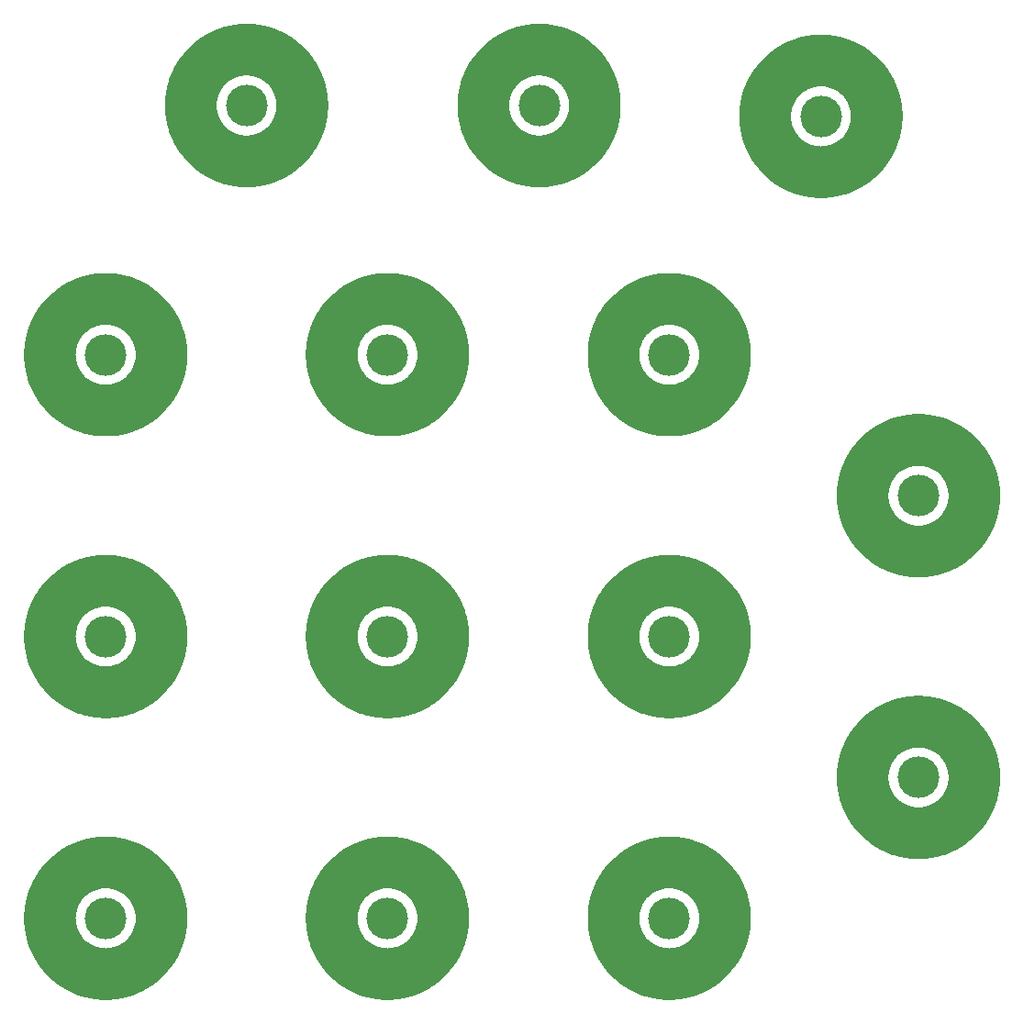
<source format=gbl>
%MOIN*%
%OFA0B0*%
%FSLAX34Y34*%
%IPPOS*%
%LPD*%
%AMOC8*
5,1,8,0,0,$1,22.5*%
%AMOC80*
5,1,8,0,0,$1,22.5*%
%AMOC81*
5,1,8,0,0,$1,22.5*%
%AMOC80*
5,1,8,0,0,$1,22.5*%
%AMOC81*
5,1,8,0,0,$1,22.5*%
%AMOC80*
5,1,8,0,0,$1,22.5*%
%AMOC81*
5,1,8,0,0,$1,22.5*%
%AMOC80*
5,1,8,0,0,$1,22.5*%
%AMOC81*
5,1,8,0,0,$1,22.5*%
%AMOC80*
5,1,8,0,0,$1,22.5*%
%AMOC81*
5,1,8,0,0,$1,22.5*%
%AMOC80*
5,1,8,0,0,$1,22.5*%
%AMOC81*
5,1,8,0,0,$1,22.5*%
%AMOC80*
5,1,8,0,0,$1,22.5*%
%ADD10C,0.15157480314960631*%
%ADD11C,0.18503937007874016*%
%ADD12C,0.18503937007874016*%
%ADD13C,0.027559055118110236*%
%ADD14C,0.01968503937007874*%
%ADD25C,0.15157480314960631*%
%ADD26C,0.18503937007874016*%
%ADD27C,0.18503937007874016*%
%ADD28C,0.027559055118110236*%
%ADD29C,0.01968503937007874*%
%ADD30C,0.15157480314960631*%
%ADD31C,0.18503937007874016*%
%ADD32C,0.18503937007874016*%
%ADD33C,0.027559055118110236*%
%ADD34C,0.01968503937007874*%
%ADD35C,0.15157480314960631*%
%ADD36C,0.18503937007874016*%
%ADD37C,0.18503937007874016*%
%ADD38C,0.027559055118110236*%
%ADD39C,0.01968503937007874*%
%ADD40C,0.15157480314960631*%
%ADD41C,0.18503937007874016*%
%ADD42C,0.18503937007874016*%
%ADD43C,0.027559055118110236*%
%ADD44C,0.01968503937007874*%
%ADD45C,0.15157480314960631*%
%ADD46C,0.18503937007874016*%
%ADD47C,0.18503937007874016*%
%ADD48C,0.027559055118110236*%
%ADD49C,0.01968503937007874*%
%ADD50C,0.15157480314960631*%
%ADD51C,0.18503937007874016*%
%ADD52C,0.18503937007874016*%
%ADD53C,0.027559055118110236*%
%ADD54C,0.01968503937007874*%
%ADD55C,0.15157480314960631*%
%ADD56C,0.18503937007874016*%
%ADD57C,0.18503937007874016*%
%ADD58C,0.027559055118110236*%
%ADD59C,0.01968503937007874*%
%ADD60C,0.15157480314960631*%
%ADD61C,0.18503937007874016*%
%ADD62C,0.18503937007874016*%
%ADD63C,0.027559055118110236*%
%ADD64C,0.01968503937007874*%
%ADD65C,0.15157480314960631*%
%ADD66C,0.18503937007874016*%
%ADD67C,0.18503937007874016*%
%ADD68C,0.027559055118110236*%
%ADD69C,0.01968503937007874*%
%ADD70C,0.15157480314960631*%
%ADD71C,0.18503937007874016*%
%ADD72C,0.18503937007874016*%
%ADD73C,0.027559055118110236*%
%ADD74C,0.01968503937007874*%
%ADD75C,0.15157480314960631*%
%ADD76C,0.18503937007874016*%
%ADD77C,0.18503937007874016*%
%ADD78C,0.027559055118110236*%
%ADD79C,0.01968503937007874*%
%ADD80C,0.15157480314960631*%
%ADD81C,0.18503937007874016*%
%ADD82C,0.18503937007874016*%
%ADD83C,0.027559055118110236*%
%ADD84C,0.01968503937007874*%
%ADD85C,0.15157480314960631*%
%ADD86C,0.18503937007874016*%
%ADD87C,0.18503937007874016*%
%ADD88C,0.027559055118110236*%
%ADD89C,0.01968503937007874*%
G75*
G01*
D10*
X0004724Y0004724D02*
X0004724Y0004724D03*
D11*
X0004724Y0006751D03*
D12*
X0002696Y0004724D02*
X0002697Y0004774D01*
X0002699Y0004823D01*
X0002702Y0004873D01*
X0002706Y0004923D01*
X0002712Y0004972D01*
X0002718Y0005021D01*
X0002726Y0005071D01*
X0002735Y0005119D01*
X0002746Y0005168D01*
X0002757Y0005217D01*
X0002770Y0005265D01*
X0002784Y0005312D01*
X0002799Y0005360D01*
X0002815Y0005407D01*
X0002832Y0005454D01*
X0002851Y0005500D01*
X0002870Y0005546D01*
X0002891Y0005591D01*
X0002913Y0005636D01*
X0002936Y0005680D01*
X0002960Y0005723D01*
X0002985Y0005766D01*
X0003011Y0005809D01*
X0003038Y0005850D01*
X0003066Y0005891D01*
X0003095Y0005932D01*
X0003125Y0005971D01*
X0003157Y0006010D01*
X0003189Y0006048D01*
X0003222Y0006086D01*
X0003255Y0006122D01*
X0003290Y0006158D01*
X0003326Y0006192D01*
X0003362Y0006226D01*
X0003400Y0006259D01*
X0003438Y0006291D01*
X0003477Y0006322D01*
X0003516Y0006352D01*
X0003556Y0006382D01*
X0003597Y0006410D01*
X0003639Y0006437D01*
X0003682Y0006463D01*
X0003725Y0006488D01*
X0003768Y0006512D01*
X0003812Y0006535D01*
X0003857Y0006557D01*
X0003902Y0006577D01*
X0003948Y0006597D01*
X0003994Y0006616D01*
X0004041Y0006633D01*
X0004088Y0006649D01*
X0004135Y0006664D01*
X0004183Y0006678D01*
X0004231Y0006691D01*
X0004280Y0006702D01*
X0004328Y0006712D01*
X0004377Y0006722D01*
X0004426Y0006730D01*
X0004476Y0006736D01*
X0004525Y0006742D01*
X0004575Y0006746D01*
X0004624Y0006749D01*
X0004674Y0006751D01*
X0004724Y0006751D01*
X0004774Y0006751D01*
X0004823Y0006749D01*
X0004873Y0006746D01*
X0004923Y0006742D01*
X0004972Y0006736D01*
X0005021Y0006730D01*
X0005071Y0006722D01*
X0005119Y0006712D01*
X0005168Y0006702D01*
X0005217Y0006691D01*
X0005265Y0006678D01*
X0005312Y0006664D01*
X0005360Y0006649D01*
X0005407Y0006633D01*
X0005454Y0006616D01*
X0005500Y0006597D01*
X0005546Y0006577D01*
X0005591Y0006557D01*
X0005636Y0006535D01*
X0005680Y0006512D01*
X0005723Y0006488D01*
X0005766Y0006463D01*
X0005809Y0006437D01*
X0005850Y0006410D01*
X0005891Y0006382D01*
X0005932Y0006352D01*
X0005971Y0006322D01*
X0006010Y0006291D01*
X0006048Y0006259D01*
X0006086Y0006226D01*
X0006122Y0006192D01*
X0006158Y0006158D01*
X0006192Y0006122D01*
X0006226Y0006086D01*
X0006259Y0006048D01*
X0006291Y0006010D01*
X0006322Y0005971D01*
X0006352Y0005932D01*
X0006382Y0005891D01*
X0006410Y0005850D01*
X0006437Y0005809D01*
X0006463Y0005766D01*
X0006488Y0005723D01*
X0006512Y0005680D01*
X0006535Y0005636D01*
X0006557Y0005591D01*
X0006577Y0005546D01*
X0006597Y0005500D01*
X0006616Y0005454D01*
X0006633Y0005407D01*
X0006649Y0005360D01*
X0006664Y0005312D01*
X0006678Y0005265D01*
X0006691Y0005217D01*
X0006702Y0005168D01*
X0006712Y0005119D01*
X0006722Y0005071D01*
X0006730Y0005021D01*
X0006736Y0004972D01*
X0006742Y0004923D01*
X0006746Y0004873D01*
X0006749Y0004823D01*
X0006751Y0004774D01*
X0006751Y0004724D01*
X0006751Y0004674D01*
X0006749Y0004624D01*
X0006746Y0004575D01*
X0006742Y0004525D01*
X0006736Y0004476D01*
X0006730Y0004426D01*
X0006722Y0004377D01*
X0006712Y0004328D01*
X0006702Y0004280D01*
X0006691Y0004231D01*
X0006678Y0004183D01*
X0006664Y0004135D01*
X0006649Y0004088D01*
X0006633Y0004041D01*
X0006616Y0003994D01*
X0006597Y0003948D01*
X0006577Y0003902D01*
X0006557Y0003857D01*
X0006535Y0003812D01*
X0006512Y0003768D01*
X0006488Y0003725D01*
X0006463Y0003682D01*
X0006437Y0003639D01*
X0006410Y0003597D01*
X0006382Y0003556D01*
X0006352Y0003516D01*
X0006322Y0003477D01*
X0006291Y0003438D01*
X0006259Y0003400D01*
X0006226Y0003362D01*
X0006192Y0003326D01*
X0006158Y0003290D01*
X0006122Y0003255D01*
X0006086Y0003222D01*
X0006048Y0003189D01*
X0006010Y0003157D01*
X0005971Y0003125D01*
X0005932Y0003095D01*
X0005891Y0003066D01*
X0005850Y0003038D01*
X0005809Y0003011D01*
X0005766Y0002985D01*
X0005723Y0002960D01*
X0005680Y0002936D01*
X0005636Y0002913D01*
X0005591Y0002891D01*
X0005546Y0002870D01*
X0005500Y0002851D01*
X0005454Y0002832D01*
X0005407Y0002815D01*
X0005360Y0002799D01*
X0005312Y0002784D01*
X0005265Y0002770D01*
X0005217Y0002757D01*
X0005168Y0002746D01*
X0005119Y0002735D01*
X0005071Y0002726D01*
X0005021Y0002718D01*
X0004972Y0002712D01*
X0004923Y0002706D01*
X0004873Y0002702D01*
X0004823Y0002699D01*
X0004774Y0002697D01*
X0004724Y0002696D01*
X0004674Y0002697D01*
X0004624Y0002699D01*
X0004575Y0002702D01*
X0004525Y0002706D01*
X0004476Y0002712D01*
X0004426Y0002718D01*
X0004377Y0002726D01*
X0004328Y0002735D01*
X0004280Y0002746D01*
X0004231Y0002757D01*
X0004183Y0002770D01*
X0004135Y0002784D01*
X0004088Y0002799D01*
X0004041Y0002815D01*
X0003994Y0002832D01*
X0003948Y0002851D01*
X0003902Y0002870D01*
X0003857Y0002891D01*
X0003812Y0002913D01*
X0003768Y0002936D01*
X0003725Y0002960D01*
X0003682Y0002985D01*
X0003639Y0003011D01*
X0003597Y0003038D01*
X0003556Y0003066D01*
X0003516Y0003095D01*
X0003477Y0003125D01*
X0003438Y0003157D01*
X0003400Y0003189D01*
X0003362Y0003222D01*
X0003326Y0003255D01*
X0003290Y0003290D01*
X0003255Y0003326D01*
X0003222Y0003362D01*
X0003189Y0003400D01*
X0003157Y0003438D01*
X0003125Y0003477D01*
X0003095Y0003516D01*
X0003066Y0003556D01*
X0003038Y0003597D01*
X0003011Y0003639D01*
X0002985Y0003682D01*
X0002960Y0003725D01*
X0002936Y0003768D01*
X0002913Y0003812D01*
X0002891Y0003857D01*
X0002870Y0003902D01*
X0002851Y0003948D01*
X0002832Y0003994D01*
X0002815Y0004041D01*
X0002799Y0004088D01*
X0002784Y0004135D01*
X0002770Y0004183D01*
X0002757Y0004231D01*
X0002746Y0004280D01*
X0002735Y0004328D01*
X0002726Y0004377D01*
X0002718Y0004426D01*
X0002712Y0004476D01*
X0002706Y0004525D01*
X0002702Y0004575D01*
X0002699Y0004624D01*
X0002697Y0004674D01*
X0002696Y0004724D01*
D13*
X0004224Y0004724D03*
D14*
X0004724Y0004724D01*
X0005224Y0004724D01*
D13*
X0005224Y0004724D03*
X0004724Y0005224D03*
D14*
X0004724Y0004724D01*
D13*
X0004724Y0004224D03*
D14*
X0004724Y0004724D01*
D13*
X0006397Y0003838D03*
D14*
X0006397Y0005078D01*
X0004724Y0006751D01*
D13*
X0005724Y0007224D03*
D14*
X0005251Y0006751D01*
X0004724Y0006751D01*
D13*
X0003051Y0003838D03*
D14*
X0003051Y0005078D01*
X0004724Y0006751D01*
D13*
X0005724Y0002224D03*
D14*
X0005724Y0003165D01*
X0006397Y0003838D01*
G04 next file*
G04 EAGLE Gerber RS-274X export*
G75*
G01*
D25*
X0014960Y0004724D02*
X0014960Y0004724D03*
D26*
X0014960Y0006751D03*
D27*
X0012933Y0004724D02*
X0012933Y0004774D01*
X0012935Y0004823D01*
X0012938Y0004873D01*
X0012942Y0004923D01*
X0012948Y0004972D01*
X0012955Y0005021D01*
X0012962Y0005071D01*
X0012972Y0005119D01*
X0012982Y0005168D01*
X0012993Y0005217D01*
X0013006Y0005265D01*
X0013020Y0005312D01*
X0013035Y0005360D01*
X0013051Y0005407D01*
X0013068Y0005454D01*
X0013087Y0005500D01*
X0013107Y0005546D01*
X0013127Y0005591D01*
X0013149Y0005636D01*
X0013172Y0005680D01*
X0013196Y0005723D01*
X0013221Y0005766D01*
X0013247Y0005809D01*
X0013274Y0005850D01*
X0013302Y0005891D01*
X0013332Y0005932D01*
X0013362Y0005971D01*
X0013393Y0006010D01*
X0013425Y0006048D01*
X0013458Y0006086D01*
X0013492Y0006122D01*
X0013526Y0006158D01*
X0013562Y0006192D01*
X0013599Y0006226D01*
X0013636Y0006259D01*
X0013674Y0006291D01*
X0013713Y0006322D01*
X0013752Y0006352D01*
X0013793Y0006382D01*
X0013834Y0006410D01*
X0013875Y0006437D01*
X0013918Y0006463D01*
X0013961Y0006488D01*
X0014004Y0006512D01*
X0014049Y0006535D01*
X0014093Y0006557D01*
X0014138Y0006577D01*
X0014184Y0006597D01*
X0014230Y0006616D01*
X0014277Y0006633D01*
X0014324Y0006649D01*
X0014372Y0006664D01*
X0014419Y0006678D01*
X0014467Y0006691D01*
X0014516Y0006702D01*
X0014565Y0006712D01*
X0014613Y0006722D01*
X0014663Y0006730D01*
X0014712Y0006736D01*
X0014761Y0006742D01*
X0014811Y0006746D01*
X0014861Y0006749D01*
X0014910Y0006751D01*
X0014960Y0006751D01*
X0015010Y0006751D01*
X0015060Y0006749D01*
X0015109Y0006746D01*
X0015159Y0006742D01*
X0015208Y0006736D01*
X0015258Y0006730D01*
X0015307Y0006722D01*
X0015356Y0006712D01*
X0015404Y0006702D01*
X0015453Y0006691D01*
X0015501Y0006678D01*
X0015549Y0006664D01*
X0015596Y0006649D01*
X0015643Y0006633D01*
X0015690Y0006616D01*
X0015736Y0006597D01*
X0015782Y0006577D01*
X0015827Y0006557D01*
X0015872Y0006535D01*
X0015916Y0006512D01*
X0015960Y0006488D01*
X0016002Y0006463D01*
X0016045Y0006437D01*
X0016087Y0006410D01*
X0016128Y0006382D01*
X0016168Y0006352D01*
X0016208Y0006322D01*
X0016246Y0006291D01*
X0016284Y0006259D01*
X0016322Y0006226D01*
X0016358Y0006192D01*
X0016394Y0006158D01*
X0016429Y0006122D01*
X0016462Y0006086D01*
X0016495Y0006048D01*
X0016527Y0006010D01*
X0016559Y0005971D01*
X0016589Y0005932D01*
X0016618Y0005891D01*
X0016646Y0005850D01*
X0016673Y0005809D01*
X0016699Y0005766D01*
X0016724Y0005723D01*
X0016748Y0005680D01*
X0016771Y0005636D01*
X0016793Y0005591D01*
X0016814Y0005546D01*
X0016833Y0005500D01*
X0016852Y0005454D01*
X0016869Y0005407D01*
X0016885Y0005360D01*
X0016900Y0005312D01*
X0016914Y0005265D01*
X0016927Y0005217D01*
X0016938Y0005168D01*
X0016949Y0005119D01*
X0016958Y0005071D01*
X0016966Y0005021D01*
X0016972Y0004972D01*
X0016978Y0004923D01*
X0016982Y0004873D01*
X0016985Y0004823D01*
X0016987Y0004774D01*
X0016988Y0004724D01*
X0016987Y0004674D01*
X0016985Y0004624D01*
X0016982Y0004575D01*
X0016978Y0004525D01*
X0016972Y0004476D01*
X0016966Y0004426D01*
X0016958Y0004377D01*
X0016949Y0004328D01*
X0016938Y0004280D01*
X0016927Y0004231D01*
X0016914Y0004183D01*
X0016900Y0004135D01*
X0016885Y0004088D01*
X0016869Y0004041D01*
X0016852Y0003994D01*
X0016833Y0003948D01*
X0016814Y0003902D01*
X0016793Y0003857D01*
X0016771Y0003812D01*
X0016748Y0003768D01*
X0016724Y0003725D01*
X0016699Y0003682D01*
X0016673Y0003639D01*
X0016646Y0003597D01*
X0016618Y0003556D01*
X0016589Y0003516D01*
X0016559Y0003477D01*
X0016527Y0003438D01*
X0016495Y0003400D01*
X0016462Y0003362D01*
X0016429Y0003326D01*
X0016394Y0003290D01*
X0016358Y0003255D01*
X0016322Y0003222D01*
X0016284Y0003189D01*
X0016246Y0003157D01*
X0016208Y0003125D01*
X0016168Y0003095D01*
X0016128Y0003066D01*
X0016087Y0003038D01*
X0016045Y0003011D01*
X0016002Y0002985D01*
X0015960Y0002960D01*
X0015916Y0002936D01*
X0015872Y0002913D01*
X0015827Y0002891D01*
X0015782Y0002870D01*
X0015736Y0002851D01*
X0015690Y0002832D01*
X0015643Y0002815D01*
X0015596Y0002799D01*
X0015549Y0002784D01*
X0015501Y0002770D01*
X0015453Y0002757D01*
X0015404Y0002746D01*
X0015356Y0002735D01*
X0015307Y0002726D01*
X0015258Y0002718D01*
X0015208Y0002712D01*
X0015159Y0002706D01*
X0015109Y0002702D01*
X0015060Y0002699D01*
X0015010Y0002697D01*
X0014960Y0002696D01*
X0014910Y0002697D01*
X0014861Y0002699D01*
X0014811Y0002702D01*
X0014761Y0002706D01*
X0014712Y0002712D01*
X0014663Y0002718D01*
X0014613Y0002726D01*
X0014565Y0002735D01*
X0014516Y0002746D01*
X0014467Y0002757D01*
X0014419Y0002770D01*
X0014372Y0002784D01*
X0014324Y0002799D01*
X0014277Y0002815D01*
X0014230Y0002832D01*
X0014184Y0002851D01*
X0014138Y0002870D01*
X0014093Y0002891D01*
X0014049Y0002913D01*
X0014004Y0002936D01*
X0013961Y0002960D01*
X0013918Y0002985D01*
X0013875Y0003011D01*
X0013834Y0003038D01*
X0013793Y0003066D01*
X0013752Y0003095D01*
X0013713Y0003125D01*
X0013674Y0003157D01*
X0013636Y0003189D01*
X0013599Y0003222D01*
X0013562Y0003255D01*
X0013526Y0003290D01*
X0013492Y0003326D01*
X0013458Y0003362D01*
X0013425Y0003400D01*
X0013393Y0003438D01*
X0013362Y0003477D01*
X0013332Y0003516D01*
X0013302Y0003556D01*
X0013274Y0003597D01*
X0013247Y0003639D01*
X0013221Y0003682D01*
X0013196Y0003725D01*
X0013172Y0003768D01*
X0013149Y0003812D01*
X0013127Y0003857D01*
X0013107Y0003902D01*
X0013087Y0003948D01*
X0013068Y0003994D01*
X0013051Y0004041D01*
X0013035Y0004088D01*
X0013020Y0004135D01*
X0013006Y0004183D01*
X0012993Y0004231D01*
X0012982Y0004280D01*
X0012972Y0004328D01*
X0012962Y0004377D01*
X0012955Y0004426D01*
X0012948Y0004476D01*
X0012942Y0004525D01*
X0012938Y0004575D01*
X0012935Y0004624D01*
X0012933Y0004674D01*
X0012933Y0004724D01*
D28*
X0014460Y0004724D03*
D29*
X0014960Y0004724D01*
X0015460Y0004724D01*
D28*
X0015460Y0004724D03*
X0014960Y0005224D03*
D29*
X0014960Y0004724D01*
D28*
X0014960Y0004224D03*
D29*
X0014960Y0004724D01*
D28*
X0016633Y0003838D03*
D29*
X0016633Y0005078D01*
X0014960Y0006751D01*
D28*
X0015960Y0007224D03*
D29*
X0015488Y0006751D01*
X0014960Y0006751D01*
D28*
X0013287Y0003838D03*
D29*
X0013287Y0005078D01*
X0014960Y0006751D01*
D28*
X0015960Y0002224D03*
D29*
X0015960Y0003165D01*
X0016633Y0003838D01*
G04 next file*
G04 EAGLE Gerber RS-274X export*
G75*
G01*
D30*
X0025196Y0004724D02*
X0025196Y0004724D03*
D31*
X0025196Y0006751D03*
D32*
X0023169Y0004724D02*
X0023169Y0004774D01*
X0023171Y0004823D01*
X0023174Y0004873D01*
X0023179Y0004923D01*
X0023184Y0004972D01*
X0023191Y0005021D01*
X0023199Y0005071D01*
X0023208Y0005119D01*
X0023218Y0005168D01*
X0023230Y0005217D01*
X0023242Y0005265D01*
X0023256Y0005312D01*
X0023271Y0005360D01*
X0023287Y0005407D01*
X0023305Y0005454D01*
X0023323Y0005500D01*
X0023343Y0005546D01*
X0023363Y0005591D01*
X0023385Y0005636D01*
X0023408Y0005680D01*
X0023432Y0005723D01*
X0023457Y0005766D01*
X0023483Y0005809D01*
X0023510Y0005850D01*
X0023539Y0005891D01*
X0023568Y0005932D01*
X0023598Y0005971D01*
X0023629Y0006010D01*
X0023661Y0006048D01*
X0023694Y0006086D01*
X0023728Y0006122D01*
X0023763Y0006158D01*
X0023798Y0006192D01*
X0023835Y0006226D01*
X0023872Y0006259D01*
X0023910Y0006291D01*
X0023949Y0006322D01*
X0023989Y0006352D01*
X0024029Y0006382D01*
X0024070Y0006410D01*
X0024112Y0006437D01*
X0024154Y0006463D01*
X0024197Y0006488D01*
X0024241Y0006512D01*
X0024285Y0006535D01*
X0024329Y0006557D01*
X0024375Y0006577D01*
X0024420Y0006597D01*
X0024467Y0006616D01*
X0024513Y0006633D01*
X0024560Y0006649D01*
X0024608Y0006664D01*
X0024656Y0006678D01*
X0024704Y0006691D01*
X0024752Y0006702D01*
X0024801Y0006712D01*
X0024850Y0006722D01*
X0024899Y0006730D01*
X0024948Y0006736D01*
X0024998Y0006742D01*
X0025047Y0006746D01*
X0025097Y0006749D01*
X0025147Y0006751D01*
X0025196Y0006751D01*
X0025246Y0006751D01*
X0025296Y0006749D01*
X0025346Y0006746D01*
X0025395Y0006742D01*
X0025445Y0006736D01*
X0025494Y0006730D01*
X0025543Y0006722D01*
X0025592Y0006712D01*
X0025641Y0006702D01*
X0025689Y0006691D01*
X0025737Y0006678D01*
X0025785Y0006664D01*
X0025832Y0006649D01*
X0025879Y0006633D01*
X0025926Y0006616D01*
X0025972Y0006597D01*
X0026018Y0006577D01*
X0026063Y0006557D01*
X0026108Y0006535D01*
X0026152Y0006512D01*
X0026196Y0006488D01*
X0026239Y0006463D01*
X0026281Y0006437D01*
X0026323Y0006410D01*
X0026364Y0006382D01*
X0026404Y0006352D01*
X0026444Y0006322D01*
X0026483Y0006291D01*
X0026521Y0006259D01*
X0026558Y0006226D01*
X0026594Y0006192D01*
X0026630Y0006158D01*
X0026665Y0006122D01*
X0026699Y0006086D01*
X0026732Y0006048D01*
X0026764Y0006010D01*
X0026795Y0005971D01*
X0026825Y0005932D01*
X0026854Y0005891D01*
X0026882Y0005850D01*
X0026909Y0005809D01*
X0026935Y0005766D01*
X0026960Y0005723D01*
X0026985Y0005680D01*
X0027007Y0005636D01*
X0027029Y0005591D01*
X0027050Y0005546D01*
X0027070Y0005500D01*
X0027088Y0005454D01*
X0027105Y0005407D01*
X0027122Y0005360D01*
X0027137Y0005312D01*
X0027150Y0005265D01*
X0027163Y0005217D01*
X0027175Y0005168D01*
X0027185Y0005119D01*
X0027194Y0005071D01*
X0027202Y0005021D01*
X0027209Y0004972D01*
X0027214Y0004923D01*
X0027218Y0004873D01*
X0027221Y0004823D01*
X0027223Y0004774D01*
X0027224Y0004724D01*
X0027223Y0004674D01*
X0027221Y0004624D01*
X0027218Y0004575D01*
X0027214Y0004525D01*
X0027209Y0004476D01*
X0027202Y0004426D01*
X0027194Y0004377D01*
X0027185Y0004328D01*
X0027175Y0004280D01*
X0027163Y0004231D01*
X0027150Y0004183D01*
X0027137Y0004135D01*
X0027122Y0004088D01*
X0027105Y0004041D01*
X0027088Y0003994D01*
X0027070Y0003948D01*
X0027050Y0003902D01*
X0027029Y0003857D01*
X0027007Y0003812D01*
X0026985Y0003768D01*
X0026960Y0003725D01*
X0026935Y0003682D01*
X0026909Y0003639D01*
X0026882Y0003597D01*
X0026854Y0003556D01*
X0026825Y0003516D01*
X0026795Y0003477D01*
X0026764Y0003438D01*
X0026732Y0003400D01*
X0026699Y0003362D01*
X0026665Y0003326D01*
X0026630Y0003290D01*
X0026594Y0003255D01*
X0026558Y0003222D01*
X0026521Y0003189D01*
X0026483Y0003157D01*
X0026444Y0003125D01*
X0026404Y0003095D01*
X0026364Y0003066D01*
X0026323Y0003038D01*
X0026281Y0003011D01*
X0026239Y0002985D01*
X0026196Y0002960D01*
X0026152Y0002936D01*
X0026108Y0002913D01*
X0026063Y0002891D01*
X0026018Y0002870D01*
X0025972Y0002851D01*
X0025926Y0002832D01*
X0025879Y0002815D01*
X0025832Y0002799D01*
X0025785Y0002784D01*
X0025737Y0002770D01*
X0025689Y0002757D01*
X0025641Y0002746D01*
X0025592Y0002735D01*
X0025543Y0002726D01*
X0025494Y0002718D01*
X0025445Y0002712D01*
X0025395Y0002706D01*
X0025346Y0002702D01*
X0025296Y0002699D01*
X0025246Y0002697D01*
X0025196Y0002696D01*
X0025147Y0002697D01*
X0025097Y0002699D01*
X0025047Y0002702D01*
X0024998Y0002706D01*
X0024948Y0002712D01*
X0024899Y0002718D01*
X0024850Y0002726D01*
X0024801Y0002735D01*
X0024752Y0002746D01*
X0024704Y0002757D01*
X0024656Y0002770D01*
X0024608Y0002784D01*
X0024560Y0002799D01*
X0024513Y0002815D01*
X0024467Y0002832D01*
X0024420Y0002851D01*
X0024375Y0002870D01*
X0024329Y0002891D01*
X0024285Y0002913D01*
X0024241Y0002936D01*
X0024197Y0002960D01*
X0024154Y0002985D01*
X0024112Y0003011D01*
X0024070Y0003038D01*
X0024029Y0003066D01*
X0023989Y0003095D01*
X0023949Y0003125D01*
X0023910Y0003157D01*
X0023872Y0003189D01*
X0023835Y0003222D01*
X0023798Y0003255D01*
X0023763Y0003290D01*
X0023728Y0003326D01*
X0023694Y0003362D01*
X0023661Y0003400D01*
X0023629Y0003438D01*
X0023598Y0003477D01*
X0023568Y0003516D01*
X0023539Y0003556D01*
X0023510Y0003597D01*
X0023483Y0003639D01*
X0023457Y0003682D01*
X0023432Y0003725D01*
X0023408Y0003768D01*
X0023385Y0003812D01*
X0023363Y0003857D01*
X0023343Y0003902D01*
X0023323Y0003948D01*
X0023305Y0003994D01*
X0023287Y0004041D01*
X0023271Y0004088D01*
X0023256Y0004135D01*
X0023242Y0004183D01*
X0023230Y0004231D01*
X0023218Y0004280D01*
X0023208Y0004328D01*
X0023199Y0004377D01*
X0023191Y0004426D01*
X0023184Y0004476D01*
X0023179Y0004525D01*
X0023174Y0004575D01*
X0023171Y0004624D01*
X0023169Y0004674D01*
X0023169Y0004724D01*
D33*
X0024696Y0004724D03*
D34*
X0025196Y0004724D01*
X0025696Y0004724D01*
D33*
X0025696Y0004724D03*
X0025196Y0005224D03*
D34*
X0025196Y0004724D01*
D33*
X0025196Y0004224D03*
D34*
X0025196Y0004724D01*
D33*
X0026870Y0003838D03*
D34*
X0026870Y0005078D01*
X0025196Y0006751D01*
D33*
X0026196Y0007224D03*
D34*
X0025724Y0006751D01*
X0025196Y0006751D01*
D33*
X0023523Y0003838D03*
D34*
X0023523Y0005078D01*
X0025196Y0006751D01*
D33*
X0026196Y0002224D03*
D34*
X0026196Y0003165D01*
X0026870Y0003838D01*
G04 next file*
G04 EAGLE Gerber RS-274X export*
G75*
G01*
D35*
X0034251Y0009842D02*
X0034251Y0009842D03*
D36*
X0034251Y0011870D03*
D37*
X0032224Y0009842D02*
X0032225Y0009892D01*
X0032226Y0009942D01*
X0032229Y0009991D01*
X0032234Y0010041D01*
X0032239Y0010090D01*
X0032246Y0010140D01*
X0032254Y0010189D01*
X0032263Y0010238D01*
X0032273Y0010286D01*
X0032285Y0010335D01*
X0032297Y0010383D01*
X0032311Y0010431D01*
X0032326Y0010478D01*
X0032342Y0010525D01*
X0032360Y0010572D01*
X0032378Y0010618D01*
X0032398Y0010664D01*
X0032419Y0010709D01*
X0032440Y0010754D01*
X0032463Y0010798D01*
X0032487Y0010841D01*
X0032512Y0010884D01*
X0032538Y0010927D01*
X0032566Y0010968D01*
X0032594Y0011010D01*
X0032623Y0011050D01*
X0032653Y0011089D01*
X0032684Y0011128D01*
X0032716Y0011166D01*
X0032749Y0011204D01*
X0032783Y0011240D01*
X0032818Y0011276D01*
X0032853Y0011310D01*
X0032890Y0011344D01*
X0032927Y0011377D01*
X0032965Y0011409D01*
X0033004Y0011440D01*
X0033044Y0011471D01*
X0033084Y0011500D01*
X0033125Y0011528D01*
X0033167Y0011555D01*
X0033209Y0011581D01*
X0033252Y0011606D01*
X0033296Y0011630D01*
X0033340Y0011653D01*
X0033385Y0011675D01*
X0033430Y0011696D01*
X0033476Y0011715D01*
X0033522Y0011734D01*
X0033568Y0011751D01*
X0033615Y0011767D01*
X0033663Y0011782D01*
X0033711Y0011796D01*
X0033759Y0011809D01*
X0033807Y0011820D01*
X0033856Y0011831D01*
X0033905Y0011840D01*
X0033954Y0011848D01*
X0034003Y0011854D01*
X0034053Y0011860D01*
X0034102Y0011864D01*
X0034152Y0011867D01*
X0034202Y0011869D01*
X0034251Y0011870D01*
X0034301Y0011869D01*
X0034351Y0011867D01*
X0034401Y0011864D01*
X0034450Y0011860D01*
X0034500Y0011854D01*
X0034549Y0011848D01*
X0034598Y0011840D01*
X0034647Y0011831D01*
X0034696Y0011820D01*
X0034744Y0011809D01*
X0034792Y0011796D01*
X0034840Y0011782D01*
X0034887Y0011767D01*
X0034935Y0011751D01*
X0034981Y0011734D01*
X0035027Y0011715D01*
X0035073Y0011696D01*
X0035118Y0011675D01*
X0035163Y0011653D01*
X0035207Y0011630D01*
X0035251Y0011606D01*
X0035294Y0011581D01*
X0035336Y0011555D01*
X0035378Y0011528D01*
X0035419Y0011500D01*
X0035459Y0011471D01*
X0035499Y0011440D01*
X0035538Y0011409D01*
X0035576Y0011377D01*
X0035613Y0011344D01*
X0035650Y0011310D01*
X0035685Y0011276D01*
X0035720Y0011240D01*
X0035754Y0011204D01*
X0035787Y0011166D01*
X0035819Y0011128D01*
X0035850Y0011089D01*
X0035880Y0011050D01*
X0035909Y0011010D01*
X0035937Y0010968D01*
X0035964Y0010927D01*
X0035991Y0010884D01*
X0036016Y0010841D01*
X0036040Y0010798D01*
X0036063Y0010754D01*
X0036084Y0010709D01*
X0036105Y0010664D01*
X0036125Y0010618D01*
X0036143Y0010572D01*
X0036161Y0010525D01*
X0036177Y0010478D01*
X0036192Y0010431D01*
X0036206Y0010383D01*
X0036218Y0010335D01*
X0036230Y0010286D01*
X0036240Y0010238D01*
X0036249Y0010189D01*
X0036257Y0010140D01*
X0036264Y0010090D01*
X0036269Y0010041D01*
X0036274Y0009991D01*
X0036277Y0009942D01*
X0036278Y0009892D01*
X0036279Y0009842D01*
X0036278Y0009792D01*
X0036277Y0009743D01*
X0036274Y0009693D01*
X0036269Y0009643D01*
X0036264Y0009594D01*
X0036257Y0009545D01*
X0036249Y0009495D01*
X0036240Y0009446D01*
X0036230Y0009398D01*
X0036218Y0009349D01*
X0036206Y0009301D01*
X0036192Y0009253D01*
X0036177Y0009206D01*
X0036161Y0009159D01*
X0036143Y0009112D01*
X0036125Y0009066D01*
X0036105Y0009020D01*
X0036084Y0008975D01*
X0036063Y0008930D01*
X0036040Y0008886D01*
X0036016Y0008843D01*
X0035991Y0008800D01*
X0035964Y0008757D01*
X0035937Y0008716D01*
X0035909Y0008675D01*
X0035880Y0008634D01*
X0035850Y0008595D01*
X0035819Y0008556D01*
X0035787Y0008518D01*
X0035754Y0008480D01*
X0035720Y0008444D01*
X0035685Y0008408D01*
X0035650Y0008374D01*
X0035613Y0008340D01*
X0035576Y0008307D01*
X0035538Y0008275D01*
X0035499Y0008244D01*
X0035459Y0008213D01*
X0035419Y0008184D01*
X0035378Y0008156D01*
X0035336Y0008129D01*
X0035294Y0008103D01*
X0035251Y0008078D01*
X0035207Y0008054D01*
X0035163Y0008031D01*
X0035118Y0008009D01*
X0035073Y0007988D01*
X0035027Y0007969D01*
X0034981Y0007950D01*
X0034935Y0007933D01*
X0034887Y0007917D01*
X0034840Y0007902D01*
X0034792Y0007888D01*
X0034744Y0007875D01*
X0034696Y0007864D01*
X0034647Y0007853D01*
X0034598Y0007844D01*
X0034549Y0007836D01*
X0034500Y0007830D01*
X0034450Y0007824D01*
X0034401Y0007820D01*
X0034351Y0007817D01*
X0034301Y0007815D01*
X0034251Y0007814D01*
X0034202Y0007815D01*
X0034152Y0007817D01*
X0034102Y0007820D01*
X0034053Y0007824D01*
X0034003Y0007830D01*
X0033954Y0007836D01*
X0033905Y0007844D01*
X0033856Y0007853D01*
X0033807Y0007864D01*
X0033759Y0007875D01*
X0033711Y0007888D01*
X0033663Y0007902D01*
X0033615Y0007917D01*
X0033568Y0007933D01*
X0033522Y0007950D01*
X0033476Y0007969D01*
X0033430Y0007988D01*
X0033385Y0008009D01*
X0033340Y0008031D01*
X0033296Y0008054D01*
X0033252Y0008078D01*
X0033209Y0008103D01*
X0033167Y0008129D01*
X0033125Y0008156D01*
X0033084Y0008184D01*
X0033044Y0008213D01*
X0033004Y0008244D01*
X0032965Y0008275D01*
X0032927Y0008307D01*
X0032890Y0008340D01*
X0032853Y0008374D01*
X0032818Y0008408D01*
X0032783Y0008444D01*
X0032749Y0008480D01*
X0032716Y0008518D01*
X0032684Y0008556D01*
X0032653Y0008595D01*
X0032623Y0008634D01*
X0032594Y0008675D01*
X0032566Y0008716D01*
X0032538Y0008757D01*
X0032512Y0008800D01*
X0032487Y0008843D01*
X0032463Y0008886D01*
X0032440Y0008930D01*
X0032419Y0008975D01*
X0032398Y0009020D01*
X0032378Y0009066D01*
X0032360Y0009112D01*
X0032342Y0009159D01*
X0032326Y0009206D01*
X0032311Y0009253D01*
X0032297Y0009301D01*
X0032285Y0009349D01*
X0032273Y0009398D01*
X0032263Y0009446D01*
X0032254Y0009495D01*
X0032246Y0009545D01*
X0032239Y0009594D01*
X0032234Y0009643D01*
X0032229Y0009693D01*
X0032226Y0009743D01*
X0032225Y0009792D01*
X0032224Y0009842D01*
D38*
X0033751Y0009842D03*
D39*
X0034251Y0009842D01*
X0034751Y0009842D01*
D38*
X0034751Y0009842D03*
X0034251Y0010342D03*
D39*
X0034251Y0009842D01*
D38*
X0034251Y0009342D03*
D39*
X0034251Y0009842D01*
D38*
X0035925Y0008956D03*
D39*
X0035925Y0010196D01*
X0034251Y0011870D01*
D38*
X0035251Y0012342D03*
D39*
X0034779Y0011870D01*
X0034251Y0011870D01*
D38*
X0032578Y0008956D03*
D39*
X0032578Y0010196D01*
X0034251Y0011870D01*
D38*
X0035251Y0007342D03*
D39*
X0035251Y0008283D01*
X0035925Y0008956D01*
G04 next file*
G04 EAGLE Gerber RS-274X export*
G75*
G01*
D40*
X0025196Y0014960D02*
X0025196Y0014960D03*
D41*
X0025196Y0016988D03*
D42*
X0023169Y0014960D02*
X0023169Y0015010D01*
X0023171Y0015060D01*
X0023174Y0015109D01*
X0023179Y0015159D01*
X0023184Y0015208D01*
X0023191Y0015258D01*
X0023199Y0015307D01*
X0023208Y0015356D01*
X0023218Y0015404D01*
X0023230Y0015453D01*
X0023242Y0015501D01*
X0023256Y0015549D01*
X0023271Y0015596D01*
X0023287Y0015643D01*
X0023305Y0015690D01*
X0023323Y0015736D01*
X0023343Y0015782D01*
X0023363Y0015827D01*
X0023385Y0015872D01*
X0023408Y0015916D01*
X0023432Y0015960D01*
X0023457Y0016002D01*
X0023483Y0016045D01*
X0023510Y0016087D01*
X0023539Y0016128D01*
X0023568Y0016168D01*
X0023598Y0016208D01*
X0023629Y0016246D01*
X0023661Y0016284D01*
X0023694Y0016322D01*
X0023728Y0016358D01*
X0023763Y0016394D01*
X0023798Y0016429D01*
X0023835Y0016462D01*
X0023872Y0016495D01*
X0023910Y0016527D01*
X0023949Y0016559D01*
X0023989Y0016589D01*
X0024029Y0016618D01*
X0024070Y0016646D01*
X0024112Y0016673D01*
X0024154Y0016699D01*
X0024197Y0016724D01*
X0024241Y0016748D01*
X0024285Y0016771D01*
X0024329Y0016793D01*
X0024375Y0016814D01*
X0024420Y0016833D01*
X0024467Y0016852D01*
X0024513Y0016869D01*
X0024560Y0016885D01*
X0024608Y0016900D01*
X0024656Y0016914D01*
X0024704Y0016927D01*
X0024752Y0016938D01*
X0024801Y0016949D01*
X0024850Y0016958D01*
X0024899Y0016966D01*
X0024948Y0016972D01*
X0024998Y0016978D01*
X0025047Y0016982D01*
X0025097Y0016985D01*
X0025147Y0016987D01*
X0025196Y0016988D01*
X0025246Y0016987D01*
X0025296Y0016985D01*
X0025346Y0016982D01*
X0025395Y0016978D01*
X0025445Y0016972D01*
X0025494Y0016966D01*
X0025543Y0016958D01*
X0025592Y0016949D01*
X0025641Y0016938D01*
X0025689Y0016927D01*
X0025737Y0016914D01*
X0025785Y0016900D01*
X0025832Y0016885D01*
X0025879Y0016869D01*
X0025926Y0016852D01*
X0025972Y0016833D01*
X0026018Y0016814D01*
X0026063Y0016793D01*
X0026108Y0016771D01*
X0026152Y0016748D01*
X0026196Y0016724D01*
X0026239Y0016699D01*
X0026281Y0016673D01*
X0026323Y0016646D01*
X0026364Y0016618D01*
X0026404Y0016589D01*
X0026444Y0016559D01*
X0026483Y0016527D01*
X0026521Y0016495D01*
X0026558Y0016462D01*
X0026594Y0016429D01*
X0026630Y0016394D01*
X0026665Y0016358D01*
X0026699Y0016322D01*
X0026732Y0016284D01*
X0026764Y0016246D01*
X0026795Y0016208D01*
X0026825Y0016168D01*
X0026854Y0016128D01*
X0026882Y0016087D01*
X0026909Y0016045D01*
X0026935Y0016002D01*
X0026960Y0015960D01*
X0026985Y0015916D01*
X0027007Y0015872D01*
X0027029Y0015827D01*
X0027050Y0015782D01*
X0027070Y0015736D01*
X0027088Y0015690D01*
X0027105Y0015643D01*
X0027122Y0015596D01*
X0027137Y0015549D01*
X0027150Y0015501D01*
X0027163Y0015453D01*
X0027175Y0015404D01*
X0027185Y0015356D01*
X0027194Y0015307D01*
X0027202Y0015258D01*
X0027209Y0015208D01*
X0027214Y0015159D01*
X0027218Y0015109D01*
X0027221Y0015060D01*
X0027223Y0015010D01*
X0027224Y0014960D01*
X0027223Y0014910D01*
X0027221Y0014861D01*
X0027218Y0014811D01*
X0027214Y0014761D01*
X0027209Y0014712D01*
X0027202Y0014663D01*
X0027194Y0014613D01*
X0027185Y0014565D01*
X0027175Y0014516D01*
X0027163Y0014467D01*
X0027150Y0014419D01*
X0027137Y0014372D01*
X0027122Y0014324D01*
X0027105Y0014277D01*
X0027088Y0014230D01*
X0027070Y0014184D01*
X0027050Y0014138D01*
X0027029Y0014093D01*
X0027007Y0014049D01*
X0026985Y0014004D01*
X0026960Y0013961D01*
X0026935Y0013918D01*
X0026909Y0013875D01*
X0026882Y0013834D01*
X0026854Y0013793D01*
X0026825Y0013752D01*
X0026795Y0013713D01*
X0026764Y0013674D01*
X0026732Y0013636D01*
X0026699Y0013599D01*
X0026665Y0013562D01*
X0026630Y0013526D01*
X0026594Y0013492D01*
X0026558Y0013458D01*
X0026521Y0013425D01*
X0026483Y0013393D01*
X0026444Y0013362D01*
X0026404Y0013332D01*
X0026364Y0013302D01*
X0026323Y0013274D01*
X0026281Y0013247D01*
X0026239Y0013221D01*
X0026196Y0013196D01*
X0026152Y0013172D01*
X0026108Y0013149D01*
X0026063Y0013127D01*
X0026018Y0013107D01*
X0025972Y0013087D01*
X0025926Y0013068D01*
X0025879Y0013051D01*
X0025832Y0013035D01*
X0025785Y0013020D01*
X0025737Y0013006D01*
X0025689Y0012993D01*
X0025641Y0012982D01*
X0025592Y0012972D01*
X0025543Y0012962D01*
X0025494Y0012955D01*
X0025445Y0012948D01*
X0025395Y0012942D01*
X0025346Y0012938D01*
X0025296Y0012935D01*
X0025246Y0012933D01*
X0025196Y0012933D01*
X0025147Y0012933D01*
X0025097Y0012935D01*
X0025047Y0012938D01*
X0024998Y0012942D01*
X0024948Y0012948D01*
X0024899Y0012955D01*
X0024850Y0012962D01*
X0024801Y0012972D01*
X0024752Y0012982D01*
X0024704Y0012993D01*
X0024656Y0013006D01*
X0024608Y0013020D01*
X0024560Y0013035D01*
X0024513Y0013051D01*
X0024467Y0013068D01*
X0024420Y0013087D01*
X0024375Y0013107D01*
X0024329Y0013127D01*
X0024285Y0013149D01*
X0024241Y0013172D01*
X0024197Y0013196D01*
X0024154Y0013221D01*
X0024112Y0013247D01*
X0024070Y0013274D01*
X0024029Y0013302D01*
X0023989Y0013332D01*
X0023949Y0013362D01*
X0023910Y0013393D01*
X0023872Y0013425D01*
X0023835Y0013458D01*
X0023798Y0013492D01*
X0023763Y0013526D01*
X0023728Y0013562D01*
X0023694Y0013599D01*
X0023661Y0013636D01*
X0023629Y0013674D01*
X0023598Y0013713D01*
X0023568Y0013752D01*
X0023539Y0013793D01*
X0023510Y0013834D01*
X0023483Y0013875D01*
X0023457Y0013918D01*
X0023432Y0013961D01*
X0023408Y0014004D01*
X0023385Y0014049D01*
X0023363Y0014093D01*
X0023343Y0014138D01*
X0023323Y0014184D01*
X0023305Y0014230D01*
X0023287Y0014277D01*
X0023271Y0014324D01*
X0023256Y0014372D01*
X0023242Y0014419D01*
X0023230Y0014467D01*
X0023218Y0014516D01*
X0023208Y0014565D01*
X0023199Y0014613D01*
X0023191Y0014663D01*
X0023184Y0014712D01*
X0023179Y0014761D01*
X0023174Y0014811D01*
X0023171Y0014861D01*
X0023169Y0014910D01*
X0023169Y0014960D01*
D43*
X0024696Y0014960D03*
D44*
X0025196Y0014960D01*
X0025696Y0014960D01*
D43*
X0025696Y0014960D03*
X0025196Y0015460D03*
D44*
X0025196Y0014960D01*
D43*
X0025196Y0014460D03*
D44*
X0025196Y0014960D01*
D43*
X0026870Y0014074D03*
D44*
X0026870Y0015314D01*
X0025196Y0016988D01*
D43*
X0026196Y0017460D03*
D44*
X0025724Y0016988D01*
X0025196Y0016988D01*
D43*
X0023523Y0014074D03*
D44*
X0023523Y0015314D01*
X0025196Y0016988D01*
D43*
X0026196Y0012460D03*
D44*
X0026196Y0013401D01*
X0026870Y0014074D01*
G04 next file*
G04 EAGLE Gerber RS-274X export*
G75*
G01*
D45*
X0014960Y0014960D02*
X0014960Y0014960D03*
D46*
X0014960Y0016988D03*
D47*
X0012933Y0014960D02*
X0012933Y0015010D01*
X0012935Y0015060D01*
X0012938Y0015109D01*
X0012942Y0015159D01*
X0012948Y0015208D01*
X0012955Y0015258D01*
X0012962Y0015307D01*
X0012972Y0015356D01*
X0012982Y0015404D01*
X0012993Y0015453D01*
X0013006Y0015501D01*
X0013020Y0015549D01*
X0013035Y0015596D01*
X0013051Y0015643D01*
X0013068Y0015690D01*
X0013087Y0015736D01*
X0013107Y0015782D01*
X0013127Y0015827D01*
X0013149Y0015872D01*
X0013172Y0015916D01*
X0013196Y0015960D01*
X0013221Y0016002D01*
X0013247Y0016045D01*
X0013274Y0016087D01*
X0013302Y0016128D01*
X0013332Y0016168D01*
X0013362Y0016208D01*
X0013393Y0016246D01*
X0013425Y0016284D01*
X0013458Y0016322D01*
X0013492Y0016358D01*
X0013526Y0016394D01*
X0013562Y0016429D01*
X0013599Y0016462D01*
X0013636Y0016495D01*
X0013674Y0016527D01*
X0013713Y0016559D01*
X0013752Y0016589D01*
X0013793Y0016618D01*
X0013834Y0016646D01*
X0013875Y0016673D01*
X0013918Y0016699D01*
X0013961Y0016724D01*
X0014004Y0016748D01*
X0014049Y0016771D01*
X0014093Y0016793D01*
X0014138Y0016814D01*
X0014184Y0016833D01*
X0014230Y0016852D01*
X0014277Y0016869D01*
X0014324Y0016885D01*
X0014372Y0016900D01*
X0014419Y0016914D01*
X0014467Y0016927D01*
X0014516Y0016938D01*
X0014565Y0016949D01*
X0014613Y0016958D01*
X0014663Y0016966D01*
X0014712Y0016972D01*
X0014761Y0016978D01*
X0014811Y0016982D01*
X0014861Y0016985D01*
X0014910Y0016987D01*
X0014960Y0016988D01*
X0015010Y0016987D01*
X0015060Y0016985D01*
X0015109Y0016982D01*
X0015159Y0016978D01*
X0015208Y0016972D01*
X0015258Y0016966D01*
X0015307Y0016958D01*
X0015356Y0016949D01*
X0015404Y0016938D01*
X0015453Y0016927D01*
X0015501Y0016914D01*
X0015549Y0016900D01*
X0015596Y0016885D01*
X0015643Y0016869D01*
X0015690Y0016852D01*
X0015736Y0016833D01*
X0015782Y0016814D01*
X0015827Y0016793D01*
X0015872Y0016771D01*
X0015916Y0016748D01*
X0015960Y0016724D01*
X0016002Y0016699D01*
X0016045Y0016673D01*
X0016087Y0016646D01*
X0016128Y0016618D01*
X0016168Y0016589D01*
X0016208Y0016559D01*
X0016246Y0016527D01*
X0016284Y0016495D01*
X0016322Y0016462D01*
X0016358Y0016429D01*
X0016394Y0016394D01*
X0016429Y0016358D01*
X0016462Y0016322D01*
X0016495Y0016284D01*
X0016527Y0016246D01*
X0016559Y0016208D01*
X0016589Y0016168D01*
X0016618Y0016128D01*
X0016646Y0016087D01*
X0016673Y0016045D01*
X0016699Y0016002D01*
X0016724Y0015960D01*
X0016748Y0015916D01*
X0016771Y0015872D01*
X0016793Y0015827D01*
X0016814Y0015782D01*
X0016833Y0015736D01*
X0016852Y0015690D01*
X0016869Y0015643D01*
X0016885Y0015596D01*
X0016900Y0015549D01*
X0016914Y0015501D01*
X0016927Y0015453D01*
X0016938Y0015404D01*
X0016949Y0015356D01*
X0016958Y0015307D01*
X0016966Y0015258D01*
X0016972Y0015208D01*
X0016978Y0015159D01*
X0016982Y0015109D01*
X0016985Y0015060D01*
X0016987Y0015010D01*
X0016988Y0014960D01*
X0016987Y0014910D01*
X0016985Y0014861D01*
X0016982Y0014811D01*
X0016978Y0014761D01*
X0016972Y0014712D01*
X0016966Y0014663D01*
X0016958Y0014613D01*
X0016949Y0014565D01*
X0016938Y0014516D01*
X0016927Y0014467D01*
X0016914Y0014419D01*
X0016900Y0014372D01*
X0016885Y0014324D01*
X0016869Y0014277D01*
X0016852Y0014230D01*
X0016833Y0014184D01*
X0016814Y0014138D01*
X0016793Y0014093D01*
X0016771Y0014049D01*
X0016748Y0014004D01*
X0016724Y0013961D01*
X0016699Y0013918D01*
X0016673Y0013875D01*
X0016646Y0013834D01*
X0016618Y0013793D01*
X0016589Y0013752D01*
X0016559Y0013713D01*
X0016527Y0013674D01*
X0016495Y0013636D01*
X0016462Y0013599D01*
X0016429Y0013562D01*
X0016394Y0013526D01*
X0016358Y0013492D01*
X0016322Y0013458D01*
X0016284Y0013425D01*
X0016246Y0013393D01*
X0016208Y0013362D01*
X0016168Y0013332D01*
X0016128Y0013302D01*
X0016087Y0013274D01*
X0016045Y0013247D01*
X0016002Y0013221D01*
X0015960Y0013196D01*
X0015916Y0013172D01*
X0015872Y0013149D01*
X0015827Y0013127D01*
X0015782Y0013107D01*
X0015736Y0013087D01*
X0015690Y0013068D01*
X0015643Y0013051D01*
X0015596Y0013035D01*
X0015549Y0013020D01*
X0015501Y0013006D01*
X0015453Y0012993D01*
X0015404Y0012982D01*
X0015356Y0012972D01*
X0015307Y0012962D01*
X0015258Y0012955D01*
X0015208Y0012948D01*
X0015159Y0012942D01*
X0015109Y0012938D01*
X0015060Y0012935D01*
X0015010Y0012933D01*
X0014960Y0012933D01*
X0014910Y0012933D01*
X0014861Y0012935D01*
X0014811Y0012938D01*
X0014761Y0012942D01*
X0014712Y0012948D01*
X0014663Y0012955D01*
X0014613Y0012962D01*
X0014565Y0012972D01*
X0014516Y0012982D01*
X0014467Y0012993D01*
X0014419Y0013006D01*
X0014372Y0013020D01*
X0014324Y0013035D01*
X0014277Y0013051D01*
X0014230Y0013068D01*
X0014184Y0013087D01*
X0014138Y0013107D01*
X0014093Y0013127D01*
X0014049Y0013149D01*
X0014004Y0013172D01*
X0013961Y0013196D01*
X0013918Y0013221D01*
X0013875Y0013247D01*
X0013834Y0013274D01*
X0013793Y0013302D01*
X0013752Y0013332D01*
X0013713Y0013362D01*
X0013674Y0013393D01*
X0013636Y0013425D01*
X0013599Y0013458D01*
X0013562Y0013492D01*
X0013526Y0013526D01*
X0013492Y0013562D01*
X0013458Y0013599D01*
X0013425Y0013636D01*
X0013393Y0013674D01*
X0013362Y0013713D01*
X0013332Y0013752D01*
X0013302Y0013793D01*
X0013274Y0013834D01*
X0013247Y0013875D01*
X0013221Y0013918D01*
X0013196Y0013961D01*
X0013172Y0014004D01*
X0013149Y0014049D01*
X0013127Y0014093D01*
X0013107Y0014138D01*
X0013087Y0014184D01*
X0013068Y0014230D01*
X0013051Y0014277D01*
X0013035Y0014324D01*
X0013020Y0014372D01*
X0013006Y0014419D01*
X0012993Y0014467D01*
X0012982Y0014516D01*
X0012972Y0014565D01*
X0012962Y0014613D01*
X0012955Y0014663D01*
X0012948Y0014712D01*
X0012942Y0014761D01*
X0012938Y0014811D01*
X0012935Y0014861D01*
X0012933Y0014910D01*
X0012933Y0014960D01*
D48*
X0014460Y0014960D03*
D49*
X0014960Y0014960D01*
X0015460Y0014960D01*
D48*
X0015460Y0014960D03*
X0014960Y0015460D03*
D49*
X0014960Y0014960D01*
D48*
X0014960Y0014460D03*
D49*
X0014960Y0014960D01*
D48*
X0016633Y0014074D03*
D49*
X0016633Y0015314D01*
X0014960Y0016988D01*
D48*
X0015960Y0017460D03*
D49*
X0015488Y0016988D01*
X0014960Y0016988D01*
D48*
X0013287Y0014074D03*
D49*
X0013287Y0015314D01*
X0014960Y0016988D01*
D48*
X0015960Y0012460D03*
D49*
X0015960Y0013401D01*
X0016633Y0014074D01*
G04 next file*
G04 EAGLE Gerber RS-274X export*
G75*
G01*
D50*
X0004724Y0014960D02*
X0004724Y0014960D03*
D51*
X0004724Y0016988D03*
D52*
X0002696Y0014960D02*
X0002697Y0015010D01*
X0002699Y0015060D01*
X0002702Y0015109D01*
X0002706Y0015159D01*
X0002712Y0015208D01*
X0002718Y0015258D01*
X0002726Y0015307D01*
X0002735Y0015356D01*
X0002746Y0015404D01*
X0002757Y0015453D01*
X0002770Y0015501D01*
X0002784Y0015549D01*
X0002799Y0015596D01*
X0002815Y0015643D01*
X0002832Y0015690D01*
X0002851Y0015736D01*
X0002870Y0015782D01*
X0002891Y0015827D01*
X0002913Y0015872D01*
X0002936Y0015916D01*
X0002960Y0015960D01*
X0002985Y0016002D01*
X0003011Y0016045D01*
X0003038Y0016087D01*
X0003066Y0016128D01*
X0003095Y0016168D01*
X0003125Y0016208D01*
X0003157Y0016246D01*
X0003189Y0016284D01*
X0003222Y0016322D01*
X0003255Y0016358D01*
X0003290Y0016394D01*
X0003326Y0016429D01*
X0003362Y0016462D01*
X0003400Y0016495D01*
X0003438Y0016527D01*
X0003477Y0016559D01*
X0003516Y0016589D01*
X0003556Y0016618D01*
X0003597Y0016646D01*
X0003639Y0016673D01*
X0003682Y0016699D01*
X0003725Y0016724D01*
X0003768Y0016748D01*
X0003812Y0016771D01*
X0003857Y0016793D01*
X0003902Y0016814D01*
X0003948Y0016833D01*
X0003994Y0016852D01*
X0004041Y0016869D01*
X0004088Y0016885D01*
X0004135Y0016900D01*
X0004183Y0016914D01*
X0004231Y0016927D01*
X0004280Y0016938D01*
X0004328Y0016949D01*
X0004377Y0016958D01*
X0004426Y0016966D01*
X0004476Y0016972D01*
X0004525Y0016978D01*
X0004575Y0016982D01*
X0004624Y0016985D01*
X0004674Y0016987D01*
X0004724Y0016988D01*
X0004774Y0016987D01*
X0004823Y0016985D01*
X0004873Y0016982D01*
X0004923Y0016978D01*
X0004972Y0016972D01*
X0005021Y0016966D01*
X0005071Y0016958D01*
X0005119Y0016949D01*
X0005168Y0016938D01*
X0005217Y0016927D01*
X0005265Y0016914D01*
X0005312Y0016900D01*
X0005360Y0016885D01*
X0005407Y0016869D01*
X0005454Y0016852D01*
X0005500Y0016833D01*
X0005546Y0016814D01*
X0005591Y0016793D01*
X0005636Y0016771D01*
X0005680Y0016748D01*
X0005723Y0016724D01*
X0005766Y0016699D01*
X0005809Y0016673D01*
X0005850Y0016646D01*
X0005891Y0016618D01*
X0005932Y0016589D01*
X0005971Y0016559D01*
X0006010Y0016527D01*
X0006048Y0016495D01*
X0006086Y0016462D01*
X0006122Y0016429D01*
X0006158Y0016394D01*
X0006192Y0016358D01*
X0006226Y0016322D01*
X0006259Y0016284D01*
X0006291Y0016246D01*
X0006322Y0016208D01*
X0006352Y0016168D01*
X0006382Y0016128D01*
X0006410Y0016087D01*
X0006437Y0016045D01*
X0006463Y0016002D01*
X0006488Y0015960D01*
X0006512Y0015916D01*
X0006535Y0015872D01*
X0006557Y0015827D01*
X0006577Y0015782D01*
X0006597Y0015736D01*
X0006616Y0015690D01*
X0006633Y0015643D01*
X0006649Y0015596D01*
X0006664Y0015549D01*
X0006678Y0015501D01*
X0006691Y0015453D01*
X0006702Y0015404D01*
X0006712Y0015356D01*
X0006722Y0015307D01*
X0006730Y0015258D01*
X0006736Y0015208D01*
X0006742Y0015159D01*
X0006746Y0015109D01*
X0006749Y0015060D01*
X0006751Y0015010D01*
X0006751Y0014960D01*
X0006751Y0014910D01*
X0006749Y0014861D01*
X0006746Y0014811D01*
X0006742Y0014761D01*
X0006736Y0014712D01*
X0006730Y0014663D01*
X0006722Y0014613D01*
X0006712Y0014565D01*
X0006702Y0014516D01*
X0006691Y0014467D01*
X0006678Y0014419D01*
X0006664Y0014372D01*
X0006649Y0014324D01*
X0006633Y0014277D01*
X0006616Y0014230D01*
X0006597Y0014184D01*
X0006577Y0014138D01*
X0006557Y0014093D01*
X0006535Y0014049D01*
X0006512Y0014004D01*
X0006488Y0013961D01*
X0006463Y0013918D01*
X0006437Y0013875D01*
X0006410Y0013834D01*
X0006382Y0013793D01*
X0006352Y0013752D01*
X0006322Y0013713D01*
X0006291Y0013674D01*
X0006259Y0013636D01*
X0006226Y0013599D01*
X0006192Y0013562D01*
X0006158Y0013526D01*
X0006122Y0013492D01*
X0006086Y0013458D01*
X0006048Y0013425D01*
X0006010Y0013393D01*
X0005971Y0013362D01*
X0005932Y0013332D01*
X0005891Y0013302D01*
X0005850Y0013274D01*
X0005809Y0013247D01*
X0005766Y0013221D01*
X0005723Y0013196D01*
X0005680Y0013172D01*
X0005636Y0013149D01*
X0005591Y0013127D01*
X0005546Y0013107D01*
X0005500Y0013087D01*
X0005454Y0013068D01*
X0005407Y0013051D01*
X0005360Y0013035D01*
X0005312Y0013020D01*
X0005265Y0013006D01*
X0005217Y0012993D01*
X0005168Y0012982D01*
X0005119Y0012972D01*
X0005071Y0012962D01*
X0005021Y0012955D01*
X0004972Y0012948D01*
X0004923Y0012942D01*
X0004873Y0012938D01*
X0004823Y0012935D01*
X0004774Y0012933D01*
X0004724Y0012933D01*
X0004674Y0012933D01*
X0004624Y0012935D01*
X0004575Y0012938D01*
X0004525Y0012942D01*
X0004476Y0012948D01*
X0004426Y0012955D01*
X0004377Y0012962D01*
X0004328Y0012972D01*
X0004280Y0012982D01*
X0004231Y0012993D01*
X0004183Y0013006D01*
X0004135Y0013020D01*
X0004088Y0013035D01*
X0004041Y0013051D01*
X0003994Y0013068D01*
X0003948Y0013087D01*
X0003902Y0013107D01*
X0003857Y0013127D01*
X0003812Y0013149D01*
X0003768Y0013172D01*
X0003725Y0013196D01*
X0003682Y0013221D01*
X0003639Y0013247D01*
X0003597Y0013274D01*
X0003556Y0013302D01*
X0003516Y0013332D01*
X0003477Y0013362D01*
X0003438Y0013393D01*
X0003400Y0013425D01*
X0003362Y0013458D01*
X0003326Y0013492D01*
X0003290Y0013526D01*
X0003255Y0013562D01*
X0003222Y0013599D01*
X0003189Y0013636D01*
X0003157Y0013674D01*
X0003125Y0013713D01*
X0003095Y0013752D01*
X0003066Y0013793D01*
X0003038Y0013834D01*
X0003011Y0013875D01*
X0002985Y0013918D01*
X0002960Y0013961D01*
X0002936Y0014004D01*
X0002913Y0014049D01*
X0002891Y0014093D01*
X0002870Y0014138D01*
X0002851Y0014184D01*
X0002832Y0014230D01*
X0002815Y0014277D01*
X0002799Y0014324D01*
X0002784Y0014372D01*
X0002770Y0014419D01*
X0002757Y0014467D01*
X0002746Y0014516D01*
X0002735Y0014565D01*
X0002726Y0014613D01*
X0002718Y0014663D01*
X0002712Y0014712D01*
X0002706Y0014761D01*
X0002702Y0014811D01*
X0002699Y0014861D01*
X0002697Y0014910D01*
X0002696Y0014960D01*
D53*
X0004224Y0014960D03*
D54*
X0004724Y0014960D01*
X0005224Y0014960D01*
D53*
X0005224Y0014960D03*
X0004724Y0015460D03*
D54*
X0004724Y0014960D01*
D53*
X0004724Y0014460D03*
D54*
X0004724Y0014960D01*
D53*
X0006397Y0014074D03*
D54*
X0006397Y0015314D01*
X0004724Y0016988D01*
D53*
X0005724Y0017460D03*
D54*
X0005251Y0016988D01*
X0004724Y0016988D01*
D53*
X0003051Y0014074D03*
D54*
X0003051Y0015314D01*
X0004724Y0016988D01*
D53*
X0005724Y0012460D03*
D54*
X0005724Y0013401D01*
X0006397Y0014074D01*
G04 next file*
G04 EAGLE Gerber RS-274X export*
G75*
G01*
D55*
X0034251Y0020078D02*
X0034251Y0020078D03*
D56*
X0034251Y0022106D03*
D57*
X0032224Y0020078D02*
X0032225Y0020128D01*
X0032226Y0020178D01*
X0032229Y0020227D01*
X0032234Y0020277D01*
X0032239Y0020326D01*
X0032246Y0020376D01*
X0032254Y0020425D01*
X0032263Y0020474D01*
X0032273Y0020522D01*
X0032285Y0020571D01*
X0032297Y0020619D01*
X0032311Y0020667D01*
X0032326Y0020714D01*
X0032342Y0020761D01*
X0032360Y0020808D01*
X0032378Y0020854D01*
X0032398Y0020900D01*
X0032419Y0020945D01*
X0032440Y0020990D01*
X0032463Y0021034D01*
X0032487Y0021078D01*
X0032512Y0021121D01*
X0032538Y0021163D01*
X0032566Y0021205D01*
X0032594Y0021246D01*
X0032623Y0021286D01*
X0032653Y0021326D01*
X0032684Y0021365D01*
X0032716Y0021403D01*
X0032749Y0021440D01*
X0032783Y0021476D01*
X0032818Y0021512D01*
X0032853Y0021547D01*
X0032890Y0021581D01*
X0032927Y0021614D01*
X0032965Y0021646D01*
X0033004Y0021677D01*
X0033044Y0021707D01*
X0033084Y0021736D01*
X0033125Y0021764D01*
X0033167Y0021791D01*
X0033209Y0021817D01*
X0033252Y0021842D01*
X0033296Y0021866D01*
X0033340Y0021889D01*
X0033385Y0021911D01*
X0033430Y0021932D01*
X0033476Y0021951D01*
X0033522Y0021970D01*
X0033568Y0021987D01*
X0033615Y0022003D01*
X0033663Y0022018D01*
X0033711Y0022032D01*
X0033759Y0022045D01*
X0033807Y0022057D01*
X0033856Y0022067D01*
X0033905Y0022076D01*
X0033954Y0022084D01*
X0034003Y0022091D01*
X0034053Y0022096D01*
X0034102Y0022100D01*
X0034152Y0022103D01*
X0034202Y0022105D01*
X0034251Y0022106D01*
X0034301Y0022105D01*
X0034351Y0022103D01*
X0034401Y0022100D01*
X0034450Y0022096D01*
X0034500Y0022091D01*
X0034549Y0022084D01*
X0034598Y0022076D01*
X0034647Y0022067D01*
X0034696Y0022057D01*
X0034744Y0022045D01*
X0034792Y0022032D01*
X0034840Y0022018D01*
X0034887Y0022003D01*
X0034935Y0021987D01*
X0034981Y0021970D01*
X0035027Y0021951D01*
X0035073Y0021932D01*
X0035118Y0021911D01*
X0035163Y0021889D01*
X0035207Y0021866D01*
X0035251Y0021842D01*
X0035294Y0021817D01*
X0035336Y0021791D01*
X0035378Y0021764D01*
X0035419Y0021736D01*
X0035459Y0021707D01*
X0035499Y0021677D01*
X0035538Y0021646D01*
X0035576Y0021614D01*
X0035613Y0021581D01*
X0035650Y0021547D01*
X0035685Y0021512D01*
X0035720Y0021476D01*
X0035754Y0021440D01*
X0035787Y0021403D01*
X0035819Y0021365D01*
X0035850Y0021326D01*
X0035880Y0021286D01*
X0035909Y0021246D01*
X0035937Y0021205D01*
X0035964Y0021163D01*
X0035991Y0021121D01*
X0036016Y0021078D01*
X0036040Y0021034D01*
X0036063Y0020990D01*
X0036084Y0020945D01*
X0036105Y0020900D01*
X0036125Y0020854D01*
X0036143Y0020808D01*
X0036161Y0020761D01*
X0036177Y0020714D01*
X0036192Y0020667D01*
X0036206Y0020619D01*
X0036218Y0020571D01*
X0036230Y0020522D01*
X0036240Y0020474D01*
X0036249Y0020425D01*
X0036257Y0020376D01*
X0036264Y0020326D01*
X0036269Y0020277D01*
X0036274Y0020227D01*
X0036277Y0020178D01*
X0036278Y0020128D01*
X0036279Y0020078D01*
X0036278Y0020028D01*
X0036277Y0019979D01*
X0036274Y0019929D01*
X0036269Y0019879D01*
X0036264Y0019830D01*
X0036257Y0019781D01*
X0036249Y0019732D01*
X0036240Y0019683D01*
X0036230Y0019634D01*
X0036218Y0019586D01*
X0036206Y0019537D01*
X0036192Y0019490D01*
X0036177Y0019442D01*
X0036161Y0019395D01*
X0036143Y0019349D01*
X0036125Y0019302D01*
X0036105Y0019257D01*
X0036084Y0019211D01*
X0036063Y0019167D01*
X0036040Y0019122D01*
X0036016Y0019079D01*
X0035991Y0019036D01*
X0035964Y0018994D01*
X0035937Y0018952D01*
X0035909Y0018911D01*
X0035880Y0018870D01*
X0035850Y0018831D01*
X0035819Y0018792D01*
X0035787Y0018754D01*
X0035754Y0018717D01*
X0035720Y0018680D01*
X0035685Y0018645D01*
X0035650Y0018610D01*
X0035613Y0018576D01*
X0035576Y0018543D01*
X0035538Y0018511D01*
X0035499Y0018480D01*
X0035459Y0018450D01*
X0035419Y0018421D01*
X0035378Y0018392D01*
X0035336Y0018365D01*
X0035294Y0018339D01*
X0035251Y0018314D01*
X0035207Y0018290D01*
X0035163Y0018267D01*
X0035118Y0018245D01*
X0035073Y0018225D01*
X0035027Y0018205D01*
X0034981Y0018187D01*
X0034935Y0018169D01*
X0034887Y0018153D01*
X0034840Y0018138D01*
X0034792Y0018124D01*
X0034744Y0018111D01*
X0034696Y0018100D01*
X0034647Y0018090D01*
X0034598Y0018081D01*
X0034549Y0018073D01*
X0034500Y0018066D01*
X0034450Y0018060D01*
X0034401Y0018056D01*
X0034351Y0018053D01*
X0034301Y0018051D01*
X0034251Y0018051D01*
X0034202Y0018051D01*
X0034152Y0018053D01*
X0034102Y0018056D01*
X0034053Y0018060D01*
X0034003Y0018066D01*
X0033954Y0018073D01*
X0033905Y0018081D01*
X0033856Y0018090D01*
X0033807Y0018100D01*
X0033759Y0018111D01*
X0033711Y0018124D01*
X0033663Y0018138D01*
X0033615Y0018153D01*
X0033568Y0018169D01*
X0033522Y0018187D01*
X0033476Y0018205D01*
X0033430Y0018225D01*
X0033385Y0018245D01*
X0033340Y0018267D01*
X0033296Y0018290D01*
X0033252Y0018314D01*
X0033209Y0018339D01*
X0033167Y0018365D01*
X0033125Y0018392D01*
X0033084Y0018421D01*
X0033044Y0018450D01*
X0033004Y0018480D01*
X0032965Y0018511D01*
X0032927Y0018543D01*
X0032890Y0018576D01*
X0032853Y0018610D01*
X0032818Y0018645D01*
X0032783Y0018680D01*
X0032749Y0018717D01*
X0032716Y0018754D01*
X0032684Y0018792D01*
X0032653Y0018831D01*
X0032623Y0018870D01*
X0032594Y0018911D01*
X0032566Y0018952D01*
X0032538Y0018994D01*
X0032512Y0019036D01*
X0032487Y0019079D01*
X0032463Y0019122D01*
X0032440Y0019167D01*
X0032419Y0019211D01*
X0032398Y0019257D01*
X0032378Y0019302D01*
X0032360Y0019349D01*
X0032342Y0019395D01*
X0032326Y0019442D01*
X0032311Y0019490D01*
X0032297Y0019537D01*
X0032285Y0019586D01*
X0032273Y0019634D01*
X0032263Y0019683D01*
X0032254Y0019732D01*
X0032246Y0019781D01*
X0032239Y0019830D01*
X0032234Y0019879D01*
X0032229Y0019929D01*
X0032226Y0019979D01*
X0032225Y0020028D01*
X0032224Y0020078D01*
D58*
X0033751Y0020078D03*
D59*
X0034251Y0020078D01*
X0034751Y0020078D01*
D58*
X0034751Y0020078D03*
X0034251Y0020578D03*
D59*
X0034251Y0020078D01*
D58*
X0034251Y0019578D03*
D59*
X0034251Y0020078D01*
D58*
X0035925Y0019192D03*
D59*
X0035925Y0020433D01*
X0034251Y0022106D01*
D58*
X0035251Y0022578D03*
D59*
X0034779Y0022106D01*
X0034251Y0022106D01*
D58*
X0032578Y0019192D03*
D59*
X0032578Y0020433D01*
X0034251Y0022106D01*
D58*
X0035251Y0017578D03*
D59*
X0035251Y0018519D01*
X0035925Y0019192D01*
G04 next file*
G04 EAGLE Gerber RS-274X export*
G75*
G01*
D60*
X0004724Y0025196D02*
X0004724Y0025196D03*
D61*
X0004724Y0027224D03*
D62*
X0002696Y0025196D02*
X0002697Y0025246D01*
X0002699Y0025296D01*
X0002702Y0025346D01*
X0002706Y0025395D01*
X0002712Y0025445D01*
X0002718Y0025494D01*
X0002726Y0025543D01*
X0002735Y0025592D01*
X0002746Y0025641D01*
X0002757Y0025689D01*
X0002770Y0025737D01*
X0002784Y0025785D01*
X0002799Y0025832D01*
X0002815Y0025879D01*
X0002832Y0025926D01*
X0002851Y0025972D01*
X0002870Y0026018D01*
X0002891Y0026063D01*
X0002913Y0026108D01*
X0002936Y0026152D01*
X0002960Y0026196D01*
X0002985Y0026239D01*
X0003011Y0026281D01*
X0003038Y0026323D01*
X0003066Y0026364D01*
X0003095Y0026404D01*
X0003125Y0026444D01*
X0003157Y0026483D01*
X0003189Y0026521D01*
X0003222Y0026558D01*
X0003255Y0026594D01*
X0003290Y0026630D01*
X0003326Y0026665D01*
X0003362Y0026699D01*
X0003400Y0026732D01*
X0003438Y0026764D01*
X0003477Y0026795D01*
X0003516Y0026825D01*
X0003556Y0026854D01*
X0003597Y0026882D01*
X0003639Y0026909D01*
X0003682Y0026935D01*
X0003725Y0026960D01*
X0003768Y0026985D01*
X0003812Y0027007D01*
X0003857Y0027029D01*
X0003902Y0027050D01*
X0003948Y0027070D01*
X0003994Y0027088D01*
X0004041Y0027105D01*
X0004088Y0027122D01*
X0004135Y0027137D01*
X0004183Y0027150D01*
X0004231Y0027163D01*
X0004280Y0027175D01*
X0004328Y0027185D01*
X0004377Y0027194D01*
X0004426Y0027202D01*
X0004476Y0027209D01*
X0004525Y0027214D01*
X0004575Y0027218D01*
X0004624Y0027221D01*
X0004674Y0027223D01*
X0004724Y0027224D01*
X0004774Y0027223D01*
X0004823Y0027221D01*
X0004873Y0027218D01*
X0004923Y0027214D01*
X0004972Y0027209D01*
X0005021Y0027202D01*
X0005071Y0027194D01*
X0005119Y0027185D01*
X0005168Y0027175D01*
X0005217Y0027163D01*
X0005265Y0027150D01*
X0005312Y0027137D01*
X0005360Y0027122D01*
X0005407Y0027105D01*
X0005454Y0027088D01*
X0005500Y0027070D01*
X0005546Y0027050D01*
X0005591Y0027029D01*
X0005636Y0027007D01*
X0005680Y0026985D01*
X0005723Y0026960D01*
X0005766Y0026935D01*
X0005809Y0026909D01*
X0005850Y0026882D01*
X0005891Y0026854D01*
X0005932Y0026825D01*
X0005971Y0026795D01*
X0006010Y0026764D01*
X0006048Y0026732D01*
X0006086Y0026699D01*
X0006122Y0026665D01*
X0006158Y0026630D01*
X0006192Y0026594D01*
X0006226Y0026558D01*
X0006259Y0026521D01*
X0006291Y0026483D01*
X0006322Y0026444D01*
X0006352Y0026404D01*
X0006382Y0026364D01*
X0006410Y0026323D01*
X0006437Y0026281D01*
X0006463Y0026239D01*
X0006488Y0026196D01*
X0006512Y0026152D01*
X0006535Y0026108D01*
X0006557Y0026063D01*
X0006577Y0026018D01*
X0006597Y0025972D01*
X0006616Y0025926D01*
X0006633Y0025879D01*
X0006649Y0025832D01*
X0006664Y0025785D01*
X0006678Y0025737D01*
X0006691Y0025689D01*
X0006702Y0025641D01*
X0006712Y0025592D01*
X0006722Y0025543D01*
X0006730Y0025494D01*
X0006736Y0025445D01*
X0006742Y0025395D01*
X0006746Y0025346D01*
X0006749Y0025296D01*
X0006751Y0025246D01*
X0006751Y0025196D01*
X0006751Y0025147D01*
X0006749Y0025097D01*
X0006746Y0025047D01*
X0006742Y0024998D01*
X0006736Y0024948D01*
X0006730Y0024899D01*
X0006722Y0024850D01*
X0006712Y0024801D01*
X0006702Y0024752D01*
X0006691Y0024704D01*
X0006678Y0024656D01*
X0006664Y0024608D01*
X0006649Y0024560D01*
X0006633Y0024513D01*
X0006616Y0024467D01*
X0006597Y0024420D01*
X0006577Y0024375D01*
X0006557Y0024329D01*
X0006535Y0024285D01*
X0006512Y0024241D01*
X0006488Y0024197D01*
X0006463Y0024154D01*
X0006437Y0024112D01*
X0006410Y0024070D01*
X0006382Y0024029D01*
X0006352Y0023989D01*
X0006322Y0023949D01*
X0006291Y0023910D01*
X0006259Y0023872D01*
X0006226Y0023835D01*
X0006192Y0023798D01*
X0006158Y0023763D01*
X0006122Y0023728D01*
X0006086Y0023694D01*
X0006048Y0023661D01*
X0006010Y0023629D01*
X0005971Y0023598D01*
X0005932Y0023568D01*
X0005891Y0023539D01*
X0005850Y0023510D01*
X0005809Y0023483D01*
X0005766Y0023457D01*
X0005723Y0023432D01*
X0005680Y0023408D01*
X0005636Y0023385D01*
X0005591Y0023363D01*
X0005546Y0023343D01*
X0005500Y0023323D01*
X0005454Y0023305D01*
X0005407Y0023287D01*
X0005360Y0023271D01*
X0005312Y0023256D01*
X0005265Y0023242D01*
X0005217Y0023230D01*
X0005168Y0023218D01*
X0005119Y0023208D01*
X0005071Y0023199D01*
X0005021Y0023191D01*
X0004972Y0023184D01*
X0004923Y0023179D01*
X0004873Y0023174D01*
X0004823Y0023171D01*
X0004774Y0023169D01*
X0004724Y0023169D01*
X0004674Y0023169D01*
X0004624Y0023171D01*
X0004575Y0023174D01*
X0004525Y0023179D01*
X0004476Y0023184D01*
X0004426Y0023191D01*
X0004377Y0023199D01*
X0004328Y0023208D01*
X0004280Y0023218D01*
X0004231Y0023230D01*
X0004183Y0023242D01*
X0004135Y0023256D01*
X0004088Y0023271D01*
X0004041Y0023287D01*
X0003994Y0023305D01*
X0003948Y0023323D01*
X0003902Y0023343D01*
X0003857Y0023363D01*
X0003812Y0023385D01*
X0003768Y0023408D01*
X0003725Y0023432D01*
X0003682Y0023457D01*
X0003639Y0023483D01*
X0003597Y0023510D01*
X0003556Y0023539D01*
X0003516Y0023568D01*
X0003477Y0023598D01*
X0003438Y0023629D01*
X0003400Y0023661D01*
X0003362Y0023694D01*
X0003326Y0023728D01*
X0003290Y0023763D01*
X0003255Y0023798D01*
X0003222Y0023835D01*
X0003189Y0023872D01*
X0003157Y0023910D01*
X0003125Y0023949D01*
X0003095Y0023989D01*
X0003066Y0024029D01*
X0003038Y0024070D01*
X0003011Y0024112D01*
X0002985Y0024154D01*
X0002960Y0024197D01*
X0002936Y0024241D01*
X0002913Y0024285D01*
X0002891Y0024329D01*
X0002870Y0024375D01*
X0002851Y0024420D01*
X0002832Y0024467D01*
X0002815Y0024513D01*
X0002799Y0024560D01*
X0002784Y0024608D01*
X0002770Y0024656D01*
X0002757Y0024704D01*
X0002746Y0024752D01*
X0002735Y0024801D01*
X0002726Y0024850D01*
X0002718Y0024899D01*
X0002712Y0024948D01*
X0002706Y0024998D01*
X0002702Y0025047D01*
X0002699Y0025097D01*
X0002697Y0025147D01*
X0002696Y0025196D01*
D63*
X0004224Y0025196D03*
D64*
X0004724Y0025196D01*
X0005224Y0025196D01*
D63*
X0005224Y0025196D03*
X0004724Y0025696D03*
D64*
X0004724Y0025196D01*
D63*
X0004724Y0024696D03*
D64*
X0004724Y0025196D01*
D63*
X0006397Y0024311D03*
D64*
X0006397Y0025551D01*
X0004724Y0027224D01*
D63*
X0005724Y0027696D03*
D64*
X0005251Y0027224D01*
X0004724Y0027224D01*
D63*
X0003051Y0024311D03*
D64*
X0003051Y0025551D01*
X0004724Y0027224D01*
D63*
X0005724Y0022696D03*
D64*
X0005724Y0023637D01*
X0006397Y0024311D01*
G04 next file*
G04 EAGLE Gerber RS-274X export*
G75*
G01*
D65*
X0014960Y0025196D02*
X0014960Y0025196D03*
D66*
X0014960Y0027224D03*
D67*
X0012933Y0025196D02*
X0012933Y0025246D01*
X0012935Y0025296D01*
X0012938Y0025346D01*
X0012942Y0025395D01*
X0012948Y0025445D01*
X0012955Y0025494D01*
X0012962Y0025543D01*
X0012972Y0025592D01*
X0012982Y0025641D01*
X0012993Y0025689D01*
X0013006Y0025737D01*
X0013020Y0025785D01*
X0013035Y0025832D01*
X0013051Y0025879D01*
X0013068Y0025926D01*
X0013087Y0025972D01*
X0013107Y0026018D01*
X0013127Y0026063D01*
X0013149Y0026108D01*
X0013172Y0026152D01*
X0013196Y0026196D01*
X0013221Y0026239D01*
X0013247Y0026281D01*
X0013274Y0026323D01*
X0013302Y0026364D01*
X0013332Y0026404D01*
X0013362Y0026444D01*
X0013393Y0026483D01*
X0013425Y0026521D01*
X0013458Y0026558D01*
X0013492Y0026594D01*
X0013526Y0026630D01*
X0013562Y0026665D01*
X0013599Y0026699D01*
X0013636Y0026732D01*
X0013674Y0026764D01*
X0013713Y0026795D01*
X0013752Y0026825D01*
X0013793Y0026854D01*
X0013834Y0026882D01*
X0013875Y0026909D01*
X0013918Y0026935D01*
X0013961Y0026960D01*
X0014004Y0026985D01*
X0014049Y0027007D01*
X0014093Y0027029D01*
X0014138Y0027050D01*
X0014184Y0027070D01*
X0014230Y0027088D01*
X0014277Y0027105D01*
X0014324Y0027122D01*
X0014372Y0027137D01*
X0014419Y0027150D01*
X0014467Y0027163D01*
X0014516Y0027175D01*
X0014565Y0027185D01*
X0014613Y0027194D01*
X0014663Y0027202D01*
X0014712Y0027209D01*
X0014761Y0027214D01*
X0014811Y0027218D01*
X0014861Y0027221D01*
X0014910Y0027223D01*
X0014960Y0027224D01*
X0015010Y0027223D01*
X0015060Y0027221D01*
X0015109Y0027218D01*
X0015159Y0027214D01*
X0015208Y0027209D01*
X0015258Y0027202D01*
X0015307Y0027194D01*
X0015356Y0027185D01*
X0015404Y0027175D01*
X0015453Y0027163D01*
X0015501Y0027150D01*
X0015549Y0027137D01*
X0015596Y0027122D01*
X0015643Y0027105D01*
X0015690Y0027088D01*
X0015736Y0027070D01*
X0015782Y0027050D01*
X0015827Y0027029D01*
X0015872Y0027007D01*
X0015916Y0026985D01*
X0015960Y0026960D01*
X0016002Y0026935D01*
X0016045Y0026909D01*
X0016087Y0026882D01*
X0016128Y0026854D01*
X0016168Y0026825D01*
X0016208Y0026795D01*
X0016246Y0026764D01*
X0016284Y0026732D01*
X0016322Y0026699D01*
X0016358Y0026665D01*
X0016394Y0026630D01*
X0016429Y0026594D01*
X0016462Y0026558D01*
X0016495Y0026521D01*
X0016527Y0026483D01*
X0016559Y0026444D01*
X0016589Y0026404D01*
X0016618Y0026364D01*
X0016646Y0026323D01*
X0016673Y0026281D01*
X0016699Y0026239D01*
X0016724Y0026196D01*
X0016748Y0026152D01*
X0016771Y0026108D01*
X0016793Y0026063D01*
X0016814Y0026018D01*
X0016833Y0025972D01*
X0016852Y0025926D01*
X0016869Y0025879D01*
X0016885Y0025832D01*
X0016900Y0025785D01*
X0016914Y0025737D01*
X0016927Y0025689D01*
X0016938Y0025641D01*
X0016949Y0025592D01*
X0016958Y0025543D01*
X0016966Y0025494D01*
X0016972Y0025445D01*
X0016978Y0025395D01*
X0016982Y0025346D01*
X0016985Y0025296D01*
X0016987Y0025246D01*
X0016988Y0025196D01*
X0016987Y0025147D01*
X0016985Y0025097D01*
X0016982Y0025047D01*
X0016978Y0024998D01*
X0016972Y0024948D01*
X0016966Y0024899D01*
X0016958Y0024850D01*
X0016949Y0024801D01*
X0016938Y0024752D01*
X0016927Y0024704D01*
X0016914Y0024656D01*
X0016900Y0024608D01*
X0016885Y0024560D01*
X0016869Y0024513D01*
X0016852Y0024467D01*
X0016833Y0024420D01*
X0016814Y0024375D01*
X0016793Y0024329D01*
X0016771Y0024285D01*
X0016748Y0024241D01*
X0016724Y0024197D01*
X0016699Y0024154D01*
X0016673Y0024112D01*
X0016646Y0024070D01*
X0016618Y0024029D01*
X0016589Y0023989D01*
X0016559Y0023949D01*
X0016527Y0023910D01*
X0016495Y0023872D01*
X0016462Y0023835D01*
X0016429Y0023798D01*
X0016394Y0023763D01*
X0016358Y0023728D01*
X0016322Y0023694D01*
X0016284Y0023661D01*
X0016246Y0023629D01*
X0016208Y0023598D01*
X0016168Y0023568D01*
X0016128Y0023539D01*
X0016087Y0023510D01*
X0016045Y0023483D01*
X0016002Y0023457D01*
X0015960Y0023432D01*
X0015916Y0023408D01*
X0015872Y0023385D01*
X0015827Y0023363D01*
X0015782Y0023343D01*
X0015736Y0023323D01*
X0015690Y0023305D01*
X0015643Y0023287D01*
X0015596Y0023271D01*
X0015549Y0023256D01*
X0015501Y0023242D01*
X0015453Y0023230D01*
X0015404Y0023218D01*
X0015356Y0023208D01*
X0015307Y0023199D01*
X0015258Y0023191D01*
X0015208Y0023184D01*
X0015159Y0023179D01*
X0015109Y0023174D01*
X0015060Y0023171D01*
X0015010Y0023169D01*
X0014960Y0023169D01*
X0014910Y0023169D01*
X0014861Y0023171D01*
X0014811Y0023174D01*
X0014761Y0023179D01*
X0014712Y0023184D01*
X0014663Y0023191D01*
X0014613Y0023199D01*
X0014565Y0023208D01*
X0014516Y0023218D01*
X0014467Y0023230D01*
X0014419Y0023242D01*
X0014372Y0023256D01*
X0014324Y0023271D01*
X0014277Y0023287D01*
X0014230Y0023305D01*
X0014184Y0023323D01*
X0014138Y0023343D01*
X0014093Y0023363D01*
X0014049Y0023385D01*
X0014004Y0023408D01*
X0013961Y0023432D01*
X0013918Y0023457D01*
X0013875Y0023483D01*
X0013834Y0023510D01*
X0013793Y0023539D01*
X0013752Y0023568D01*
X0013713Y0023598D01*
X0013674Y0023629D01*
X0013636Y0023661D01*
X0013599Y0023694D01*
X0013562Y0023728D01*
X0013526Y0023763D01*
X0013492Y0023798D01*
X0013458Y0023835D01*
X0013425Y0023872D01*
X0013393Y0023910D01*
X0013362Y0023949D01*
X0013332Y0023989D01*
X0013302Y0024029D01*
X0013274Y0024070D01*
X0013247Y0024112D01*
X0013221Y0024154D01*
X0013196Y0024197D01*
X0013172Y0024241D01*
X0013149Y0024285D01*
X0013127Y0024329D01*
X0013107Y0024375D01*
X0013087Y0024420D01*
X0013068Y0024467D01*
X0013051Y0024513D01*
X0013035Y0024560D01*
X0013020Y0024608D01*
X0013006Y0024656D01*
X0012993Y0024704D01*
X0012982Y0024752D01*
X0012972Y0024801D01*
X0012962Y0024850D01*
X0012955Y0024899D01*
X0012948Y0024948D01*
X0012942Y0024998D01*
X0012938Y0025047D01*
X0012935Y0025097D01*
X0012933Y0025147D01*
X0012933Y0025196D01*
D68*
X0014460Y0025196D03*
D69*
X0014960Y0025196D01*
X0015460Y0025196D01*
D68*
X0015460Y0025196D03*
X0014960Y0025696D03*
D69*
X0014960Y0025196D01*
D68*
X0014960Y0024696D03*
D69*
X0014960Y0025196D01*
D68*
X0016633Y0024311D03*
D69*
X0016633Y0025551D01*
X0014960Y0027224D01*
D68*
X0015960Y0027696D03*
D69*
X0015488Y0027224D01*
X0014960Y0027224D01*
D68*
X0013287Y0024311D03*
D69*
X0013287Y0025551D01*
X0014960Y0027224D01*
D68*
X0015960Y0022696D03*
D69*
X0015960Y0023637D01*
X0016633Y0024311D01*
G04 next file*
G04 EAGLE Gerber RS-274X export*
G75*
G01*
D70*
X0025196Y0025196D02*
X0025196Y0025196D03*
D71*
X0025196Y0027224D03*
D72*
X0023169Y0025196D02*
X0023169Y0025246D01*
X0023171Y0025296D01*
X0023174Y0025346D01*
X0023179Y0025395D01*
X0023184Y0025445D01*
X0023191Y0025494D01*
X0023199Y0025543D01*
X0023208Y0025592D01*
X0023218Y0025641D01*
X0023230Y0025689D01*
X0023242Y0025737D01*
X0023256Y0025785D01*
X0023271Y0025832D01*
X0023287Y0025879D01*
X0023305Y0025926D01*
X0023323Y0025972D01*
X0023343Y0026018D01*
X0023363Y0026063D01*
X0023385Y0026108D01*
X0023408Y0026152D01*
X0023432Y0026196D01*
X0023457Y0026239D01*
X0023483Y0026281D01*
X0023510Y0026323D01*
X0023539Y0026364D01*
X0023568Y0026404D01*
X0023598Y0026444D01*
X0023629Y0026483D01*
X0023661Y0026521D01*
X0023694Y0026558D01*
X0023728Y0026594D01*
X0023763Y0026630D01*
X0023798Y0026665D01*
X0023835Y0026699D01*
X0023872Y0026732D01*
X0023910Y0026764D01*
X0023949Y0026795D01*
X0023989Y0026825D01*
X0024029Y0026854D01*
X0024070Y0026882D01*
X0024112Y0026909D01*
X0024154Y0026935D01*
X0024197Y0026960D01*
X0024241Y0026985D01*
X0024285Y0027007D01*
X0024329Y0027029D01*
X0024375Y0027050D01*
X0024420Y0027070D01*
X0024467Y0027088D01*
X0024513Y0027105D01*
X0024560Y0027122D01*
X0024608Y0027137D01*
X0024656Y0027150D01*
X0024704Y0027163D01*
X0024752Y0027175D01*
X0024801Y0027185D01*
X0024850Y0027194D01*
X0024899Y0027202D01*
X0024948Y0027209D01*
X0024998Y0027214D01*
X0025047Y0027218D01*
X0025097Y0027221D01*
X0025147Y0027223D01*
X0025196Y0027224D01*
X0025246Y0027223D01*
X0025296Y0027221D01*
X0025346Y0027218D01*
X0025395Y0027214D01*
X0025445Y0027209D01*
X0025494Y0027202D01*
X0025543Y0027194D01*
X0025592Y0027185D01*
X0025641Y0027175D01*
X0025689Y0027163D01*
X0025737Y0027150D01*
X0025785Y0027137D01*
X0025832Y0027122D01*
X0025879Y0027105D01*
X0025926Y0027088D01*
X0025972Y0027070D01*
X0026018Y0027050D01*
X0026063Y0027029D01*
X0026108Y0027007D01*
X0026152Y0026985D01*
X0026196Y0026960D01*
X0026239Y0026935D01*
X0026281Y0026909D01*
X0026323Y0026882D01*
X0026364Y0026854D01*
X0026404Y0026825D01*
X0026444Y0026795D01*
X0026483Y0026764D01*
X0026521Y0026732D01*
X0026558Y0026699D01*
X0026594Y0026665D01*
X0026630Y0026630D01*
X0026665Y0026594D01*
X0026699Y0026558D01*
X0026732Y0026521D01*
X0026764Y0026483D01*
X0026795Y0026444D01*
X0026825Y0026404D01*
X0026854Y0026364D01*
X0026882Y0026323D01*
X0026909Y0026281D01*
X0026935Y0026239D01*
X0026960Y0026196D01*
X0026985Y0026152D01*
X0027007Y0026108D01*
X0027029Y0026063D01*
X0027050Y0026018D01*
X0027070Y0025972D01*
X0027088Y0025926D01*
X0027105Y0025879D01*
X0027122Y0025832D01*
X0027137Y0025785D01*
X0027150Y0025737D01*
X0027163Y0025689D01*
X0027175Y0025641D01*
X0027185Y0025592D01*
X0027194Y0025543D01*
X0027202Y0025494D01*
X0027209Y0025445D01*
X0027214Y0025395D01*
X0027218Y0025346D01*
X0027221Y0025296D01*
X0027223Y0025246D01*
X0027224Y0025196D01*
X0027223Y0025147D01*
X0027221Y0025097D01*
X0027218Y0025047D01*
X0027214Y0024998D01*
X0027209Y0024948D01*
X0027202Y0024899D01*
X0027194Y0024850D01*
X0027185Y0024801D01*
X0027175Y0024752D01*
X0027163Y0024704D01*
X0027150Y0024656D01*
X0027137Y0024608D01*
X0027122Y0024560D01*
X0027105Y0024513D01*
X0027088Y0024467D01*
X0027070Y0024420D01*
X0027050Y0024375D01*
X0027029Y0024329D01*
X0027007Y0024285D01*
X0026985Y0024241D01*
X0026960Y0024197D01*
X0026935Y0024154D01*
X0026909Y0024112D01*
X0026882Y0024070D01*
X0026854Y0024029D01*
X0026825Y0023989D01*
X0026795Y0023949D01*
X0026764Y0023910D01*
X0026732Y0023872D01*
X0026699Y0023835D01*
X0026665Y0023798D01*
X0026630Y0023763D01*
X0026594Y0023728D01*
X0026558Y0023694D01*
X0026521Y0023661D01*
X0026483Y0023629D01*
X0026444Y0023598D01*
X0026404Y0023568D01*
X0026364Y0023539D01*
X0026323Y0023510D01*
X0026281Y0023483D01*
X0026239Y0023457D01*
X0026196Y0023432D01*
X0026152Y0023408D01*
X0026108Y0023385D01*
X0026063Y0023363D01*
X0026018Y0023343D01*
X0025972Y0023323D01*
X0025926Y0023305D01*
X0025879Y0023287D01*
X0025832Y0023271D01*
X0025785Y0023256D01*
X0025737Y0023242D01*
X0025689Y0023230D01*
X0025641Y0023218D01*
X0025592Y0023208D01*
X0025543Y0023199D01*
X0025494Y0023191D01*
X0025445Y0023184D01*
X0025395Y0023179D01*
X0025346Y0023174D01*
X0025296Y0023171D01*
X0025246Y0023169D01*
X0025196Y0023169D01*
X0025147Y0023169D01*
X0025097Y0023171D01*
X0025047Y0023174D01*
X0024998Y0023179D01*
X0024948Y0023184D01*
X0024899Y0023191D01*
X0024850Y0023199D01*
X0024801Y0023208D01*
X0024752Y0023218D01*
X0024704Y0023230D01*
X0024656Y0023242D01*
X0024608Y0023256D01*
X0024560Y0023271D01*
X0024513Y0023287D01*
X0024467Y0023305D01*
X0024420Y0023323D01*
X0024375Y0023343D01*
X0024329Y0023363D01*
X0024285Y0023385D01*
X0024241Y0023408D01*
X0024197Y0023432D01*
X0024154Y0023457D01*
X0024112Y0023483D01*
X0024070Y0023510D01*
X0024029Y0023539D01*
X0023989Y0023568D01*
X0023949Y0023598D01*
X0023910Y0023629D01*
X0023872Y0023661D01*
X0023835Y0023694D01*
X0023798Y0023728D01*
X0023763Y0023763D01*
X0023728Y0023798D01*
X0023694Y0023835D01*
X0023661Y0023872D01*
X0023629Y0023910D01*
X0023598Y0023949D01*
X0023568Y0023989D01*
X0023539Y0024029D01*
X0023510Y0024070D01*
X0023483Y0024112D01*
X0023457Y0024154D01*
X0023432Y0024197D01*
X0023408Y0024241D01*
X0023385Y0024285D01*
X0023363Y0024329D01*
X0023343Y0024375D01*
X0023323Y0024420D01*
X0023305Y0024467D01*
X0023287Y0024513D01*
X0023271Y0024560D01*
X0023256Y0024608D01*
X0023242Y0024656D01*
X0023230Y0024704D01*
X0023218Y0024752D01*
X0023208Y0024801D01*
X0023199Y0024850D01*
X0023191Y0024899D01*
X0023184Y0024948D01*
X0023179Y0024998D01*
X0023174Y0025047D01*
X0023171Y0025097D01*
X0023169Y0025147D01*
X0023169Y0025196D01*
D73*
X0024696Y0025196D03*
D74*
X0025196Y0025196D01*
X0025696Y0025196D01*
D73*
X0025696Y0025196D03*
X0025196Y0025696D03*
D74*
X0025196Y0025196D01*
D73*
X0025196Y0024696D03*
D74*
X0025196Y0025196D01*
D73*
X0026870Y0024311D03*
D74*
X0026870Y0025551D01*
X0025196Y0027224D01*
D73*
X0026196Y0027696D03*
D74*
X0025724Y0027224D01*
X0025196Y0027224D01*
D73*
X0023523Y0024311D03*
D74*
X0023523Y0025551D01*
X0025196Y0027224D01*
D73*
X0026196Y0022696D03*
D74*
X0026196Y0023637D01*
X0026870Y0024311D01*
G04 next file*
G04 EAGLE Gerber RS-274X export*
G75*
G01*
D75*
X0030708Y0033858D02*
X0030708Y0033858D03*
D76*
X0030708Y0035885D03*
D77*
X0028681Y0033858D02*
X0028681Y0033908D01*
X0028683Y0033957D01*
X0028686Y0034007D01*
X0028690Y0034057D01*
X0028696Y0034106D01*
X0028703Y0034155D01*
X0028710Y0034204D01*
X0028720Y0034253D01*
X0028730Y0034302D01*
X0028741Y0034350D01*
X0028754Y0034399D01*
X0028768Y0034446D01*
X0028783Y0034494D01*
X0028799Y0034541D01*
X0028816Y0034587D01*
X0028835Y0034634D01*
X0028855Y0034679D01*
X0028875Y0034725D01*
X0028897Y0034769D01*
X0028920Y0034814D01*
X0028944Y0034857D01*
X0028969Y0034900D01*
X0028995Y0034942D01*
X0029022Y0034984D01*
X0029050Y0035025D01*
X0029080Y0035066D01*
X0029110Y0035105D01*
X0029141Y0035144D01*
X0029173Y0035182D01*
X0029206Y0035219D01*
X0029240Y0035256D01*
X0029274Y0035291D01*
X0029310Y0035326D01*
X0029347Y0035360D01*
X0029384Y0035393D01*
X0029422Y0035425D01*
X0029461Y0035456D01*
X0029500Y0035486D01*
X0029541Y0035515D01*
X0029582Y0035544D01*
X0029623Y0035571D01*
X0029666Y0035597D01*
X0029709Y0035622D01*
X0029752Y0035646D01*
X0029797Y0035669D01*
X0029841Y0035691D01*
X0029887Y0035711D01*
X0029932Y0035731D01*
X0029978Y0035749D01*
X0030025Y0035767D01*
X0030072Y0035783D01*
X0030120Y0035798D01*
X0030167Y0035812D01*
X0030216Y0035825D01*
X0030264Y0035836D01*
X0030313Y0035846D01*
X0030362Y0035855D01*
X0030411Y0035863D01*
X0030460Y0035870D01*
X0030509Y0035876D01*
X0030559Y0035880D01*
X0030609Y0035883D01*
X0030658Y0035885D01*
X0030708Y0035885D01*
X0030758Y0035885D01*
X0030808Y0035883D01*
X0030857Y0035880D01*
X0030907Y0035876D01*
X0030956Y0035870D01*
X0031006Y0035863D01*
X0031055Y0035855D01*
X0031104Y0035846D01*
X0031152Y0035836D01*
X0031201Y0035825D01*
X0031249Y0035812D01*
X0031297Y0035798D01*
X0031344Y0035783D01*
X0031391Y0035767D01*
X0031438Y0035749D01*
X0031484Y0035731D01*
X0031530Y0035711D01*
X0031575Y0035691D01*
X0031620Y0035669D01*
X0031664Y0035646D01*
X0031708Y0035622D01*
X0031751Y0035597D01*
X0031793Y0035571D01*
X0031835Y0035544D01*
X0031876Y0035515D01*
X0031916Y0035486D01*
X0031956Y0035456D01*
X0031994Y0035425D01*
X0032032Y0035393D01*
X0032070Y0035360D01*
X0032106Y0035326D01*
X0032142Y0035291D01*
X0032177Y0035256D01*
X0032210Y0035219D01*
X0032243Y0035182D01*
X0032275Y0035144D01*
X0032307Y0035105D01*
X0032337Y0035066D01*
X0032366Y0035025D01*
X0032394Y0034984D01*
X0032421Y0034942D01*
X0032447Y0034900D01*
X0032472Y0034857D01*
X0032496Y0034814D01*
X0032519Y0034769D01*
X0032541Y0034725D01*
X0032562Y0034679D01*
X0032581Y0034634D01*
X0032600Y0034587D01*
X0032617Y0034541D01*
X0032633Y0034494D01*
X0032648Y0034446D01*
X0032662Y0034399D01*
X0032675Y0034350D01*
X0032686Y0034302D01*
X0032697Y0034253D01*
X0032706Y0034204D01*
X0032714Y0034155D01*
X0032720Y0034106D01*
X0032726Y0034057D01*
X0032730Y0034007D01*
X0032733Y0033957D01*
X0032735Y0033908D01*
X0032736Y0033858D01*
X0032735Y0033808D01*
X0032733Y0033758D01*
X0032730Y0033709D01*
X0032726Y0033659D01*
X0032720Y0033610D01*
X0032714Y0033560D01*
X0032706Y0033511D01*
X0032697Y0033462D01*
X0032686Y0033414D01*
X0032675Y0033365D01*
X0032662Y0033317D01*
X0032648Y0033269D01*
X0032633Y0033222D01*
X0032617Y0033175D01*
X0032600Y0033128D01*
X0032581Y0033082D01*
X0032562Y0033036D01*
X0032541Y0032991D01*
X0032519Y0032946D01*
X0032496Y0032902D01*
X0032472Y0032858D01*
X0032447Y0032815D01*
X0032421Y0032773D01*
X0032394Y0032731D01*
X0032366Y0032690D01*
X0032337Y0032650D01*
X0032307Y0032610D01*
X0032275Y0032572D01*
X0032243Y0032533D01*
X0032210Y0032496D01*
X0032177Y0032460D01*
X0032142Y0032424D01*
X0032106Y0032389D01*
X0032070Y0032355D01*
X0032032Y0032322D01*
X0031994Y0032290D01*
X0031956Y0032259D01*
X0031916Y0032229D01*
X0031876Y0032200D01*
X0031835Y0032172D01*
X0031793Y0032145D01*
X0031751Y0032119D01*
X0031708Y0032094D01*
X0031664Y0032070D01*
X0031620Y0032047D01*
X0031575Y0032025D01*
X0031530Y0032004D01*
X0031484Y0031985D01*
X0031438Y0031966D01*
X0031391Y0031949D01*
X0031344Y0031933D01*
X0031297Y0031918D01*
X0031249Y0031904D01*
X0031201Y0031891D01*
X0031152Y0031879D01*
X0031104Y0031869D01*
X0031055Y0031860D01*
X0031006Y0031852D01*
X0030956Y0031845D01*
X0030907Y0031840D01*
X0030857Y0031836D01*
X0030808Y0031833D01*
X0030758Y0031831D01*
X0030708Y0031830D01*
X0030658Y0031831D01*
X0030609Y0031833D01*
X0030559Y0031836D01*
X0030509Y0031840D01*
X0030460Y0031845D01*
X0030411Y0031852D01*
X0030362Y0031860D01*
X0030313Y0031869D01*
X0030264Y0031879D01*
X0030216Y0031891D01*
X0030167Y0031904D01*
X0030120Y0031918D01*
X0030072Y0031933D01*
X0030025Y0031949D01*
X0029978Y0031966D01*
X0029932Y0031985D01*
X0029887Y0032004D01*
X0029841Y0032025D01*
X0029797Y0032047D01*
X0029752Y0032070D01*
X0029709Y0032094D01*
X0029666Y0032119D01*
X0029623Y0032145D01*
X0029582Y0032172D01*
X0029541Y0032200D01*
X0029500Y0032229D01*
X0029461Y0032259D01*
X0029422Y0032290D01*
X0029384Y0032322D01*
X0029347Y0032355D01*
X0029310Y0032389D01*
X0029274Y0032424D01*
X0029240Y0032460D01*
X0029206Y0032496D01*
X0029173Y0032533D01*
X0029141Y0032572D01*
X0029110Y0032610D01*
X0029080Y0032650D01*
X0029050Y0032690D01*
X0029022Y0032731D01*
X0028995Y0032773D01*
X0028969Y0032815D01*
X0028944Y0032858D01*
X0028920Y0032902D01*
X0028897Y0032946D01*
X0028875Y0032991D01*
X0028855Y0033036D01*
X0028835Y0033082D01*
X0028816Y0033128D01*
X0028799Y0033175D01*
X0028783Y0033222D01*
X0028768Y0033269D01*
X0028754Y0033317D01*
X0028741Y0033365D01*
X0028730Y0033414D01*
X0028720Y0033462D01*
X0028710Y0033511D01*
X0028703Y0033560D01*
X0028696Y0033610D01*
X0028690Y0033659D01*
X0028686Y0033709D01*
X0028683Y0033758D01*
X0028681Y0033808D01*
X0028681Y0033858D01*
D78*
X0030208Y0033858D03*
D79*
X0030708Y0033858D01*
X0031208Y0033858D01*
D78*
X0031208Y0033858D03*
X0030708Y0034358D03*
D79*
X0030708Y0033858D01*
D78*
X0030708Y0033358D03*
D79*
X0030708Y0033858D01*
D78*
X0032381Y0032972D03*
D79*
X0032381Y0034212D01*
X0030708Y0035885D01*
D78*
X0031708Y0036358D03*
D79*
X0031236Y0035885D01*
X0030708Y0035885D01*
D78*
X0029035Y0032972D03*
D79*
X0029035Y0034212D01*
X0030708Y0035885D01*
D78*
X0031708Y0031358D03*
D79*
X0031708Y0032299D01*
X0032381Y0032972D01*
G04 next file*
G04 EAGLE Gerber RS-274X export*
G75*
G01*
D80*
X0009842Y0034251D02*
X0009842Y0034251D03*
D81*
X0009842Y0036279D03*
D82*
X0007814Y0034251D02*
X0007815Y0034301D01*
X0007817Y0034351D01*
X0007820Y0034401D01*
X0007824Y0034450D01*
X0007830Y0034500D01*
X0007836Y0034549D01*
X0007844Y0034598D01*
X0007853Y0034647D01*
X0007864Y0034696D01*
X0007875Y0034744D01*
X0007888Y0034792D01*
X0007902Y0034840D01*
X0007917Y0034887D01*
X0007933Y0034935D01*
X0007950Y0034981D01*
X0007969Y0035027D01*
X0007988Y0035073D01*
X0008009Y0035118D01*
X0008031Y0035163D01*
X0008054Y0035207D01*
X0008078Y0035251D01*
X0008103Y0035294D01*
X0008129Y0035336D01*
X0008156Y0035378D01*
X0008184Y0035419D01*
X0008213Y0035459D01*
X0008244Y0035499D01*
X0008275Y0035538D01*
X0008307Y0035576D01*
X0008340Y0035613D01*
X0008374Y0035650D01*
X0008408Y0035685D01*
X0008444Y0035720D01*
X0008480Y0035754D01*
X0008518Y0035787D01*
X0008556Y0035819D01*
X0008595Y0035850D01*
X0008634Y0035880D01*
X0008675Y0035909D01*
X0008716Y0035937D01*
X0008757Y0035964D01*
X0008800Y0035991D01*
X0008843Y0036016D01*
X0008886Y0036040D01*
X0008930Y0036063D01*
X0008975Y0036084D01*
X0009020Y0036105D01*
X0009066Y0036125D01*
X0009112Y0036143D01*
X0009159Y0036161D01*
X0009206Y0036177D01*
X0009253Y0036192D01*
X0009301Y0036206D01*
X0009349Y0036218D01*
X0009398Y0036230D01*
X0009446Y0036240D01*
X0009495Y0036249D01*
X0009545Y0036257D01*
X0009594Y0036264D01*
X0009643Y0036269D01*
X0009693Y0036274D01*
X0009743Y0036277D01*
X0009792Y0036278D01*
X0009842Y0036279D01*
X0009892Y0036278D01*
X0009942Y0036277D01*
X0009991Y0036274D01*
X0010041Y0036269D01*
X0010090Y0036264D01*
X0010140Y0036257D01*
X0010189Y0036249D01*
X0010238Y0036240D01*
X0010286Y0036230D01*
X0010335Y0036218D01*
X0010383Y0036206D01*
X0010431Y0036192D01*
X0010478Y0036177D01*
X0010525Y0036161D01*
X0010572Y0036143D01*
X0010618Y0036125D01*
X0010664Y0036105D01*
X0010709Y0036084D01*
X0010754Y0036063D01*
X0010798Y0036040D01*
X0010841Y0036016D01*
X0010884Y0035991D01*
X0010927Y0035964D01*
X0010968Y0035937D01*
X0011010Y0035909D01*
X0011050Y0035880D01*
X0011089Y0035850D01*
X0011128Y0035819D01*
X0011166Y0035787D01*
X0011204Y0035754D01*
X0011240Y0035720D01*
X0011276Y0035685D01*
X0011310Y0035650D01*
X0011344Y0035613D01*
X0011377Y0035576D01*
X0011409Y0035538D01*
X0011440Y0035499D01*
X0011471Y0035459D01*
X0011500Y0035419D01*
X0011528Y0035378D01*
X0011555Y0035336D01*
X0011581Y0035294D01*
X0011606Y0035251D01*
X0011630Y0035207D01*
X0011653Y0035163D01*
X0011675Y0035118D01*
X0011696Y0035073D01*
X0011715Y0035027D01*
X0011734Y0034981D01*
X0011751Y0034935D01*
X0011767Y0034887D01*
X0011782Y0034840D01*
X0011796Y0034792D01*
X0011809Y0034744D01*
X0011820Y0034696D01*
X0011831Y0034647D01*
X0011840Y0034598D01*
X0011848Y0034549D01*
X0011854Y0034500D01*
X0011860Y0034450D01*
X0011864Y0034401D01*
X0011867Y0034351D01*
X0011869Y0034301D01*
X0011870Y0034251D01*
X0011869Y0034202D01*
X0011867Y0034152D01*
X0011864Y0034102D01*
X0011860Y0034053D01*
X0011854Y0034003D01*
X0011848Y0033954D01*
X0011840Y0033905D01*
X0011831Y0033856D01*
X0011820Y0033807D01*
X0011809Y0033759D01*
X0011796Y0033711D01*
X0011782Y0033663D01*
X0011767Y0033615D01*
X0011751Y0033568D01*
X0011734Y0033522D01*
X0011715Y0033476D01*
X0011696Y0033430D01*
X0011675Y0033385D01*
X0011653Y0033340D01*
X0011630Y0033296D01*
X0011606Y0033252D01*
X0011581Y0033209D01*
X0011555Y0033167D01*
X0011528Y0033125D01*
X0011500Y0033084D01*
X0011471Y0033044D01*
X0011440Y0033004D01*
X0011409Y0032965D01*
X0011377Y0032927D01*
X0011344Y0032890D01*
X0011310Y0032853D01*
X0011276Y0032818D01*
X0011240Y0032783D01*
X0011204Y0032749D01*
X0011166Y0032716D01*
X0011128Y0032684D01*
X0011089Y0032653D01*
X0011050Y0032623D01*
X0011010Y0032594D01*
X0010968Y0032566D01*
X0010927Y0032538D01*
X0010884Y0032512D01*
X0010841Y0032487D01*
X0010798Y0032463D01*
X0010754Y0032440D01*
X0010709Y0032419D01*
X0010664Y0032398D01*
X0010618Y0032378D01*
X0010572Y0032360D01*
X0010525Y0032342D01*
X0010478Y0032326D01*
X0010431Y0032311D01*
X0010383Y0032297D01*
X0010335Y0032285D01*
X0010286Y0032273D01*
X0010238Y0032263D01*
X0010189Y0032254D01*
X0010140Y0032246D01*
X0010090Y0032239D01*
X0010041Y0032234D01*
X0009991Y0032229D01*
X0009942Y0032226D01*
X0009892Y0032225D01*
X0009842Y0032224D01*
X0009792Y0032225D01*
X0009743Y0032226D01*
X0009693Y0032229D01*
X0009643Y0032234D01*
X0009594Y0032239D01*
X0009545Y0032246D01*
X0009495Y0032254D01*
X0009446Y0032263D01*
X0009398Y0032273D01*
X0009349Y0032285D01*
X0009301Y0032297D01*
X0009253Y0032311D01*
X0009206Y0032326D01*
X0009159Y0032342D01*
X0009112Y0032360D01*
X0009066Y0032378D01*
X0009020Y0032398D01*
X0008975Y0032419D01*
X0008930Y0032440D01*
X0008886Y0032463D01*
X0008843Y0032487D01*
X0008800Y0032512D01*
X0008757Y0032538D01*
X0008716Y0032566D01*
X0008675Y0032594D01*
X0008634Y0032623D01*
X0008595Y0032653D01*
X0008556Y0032684D01*
X0008518Y0032716D01*
X0008480Y0032749D01*
X0008444Y0032783D01*
X0008408Y0032818D01*
X0008374Y0032853D01*
X0008340Y0032890D01*
X0008307Y0032927D01*
X0008275Y0032965D01*
X0008244Y0033004D01*
X0008213Y0033044D01*
X0008184Y0033084D01*
X0008156Y0033125D01*
X0008129Y0033167D01*
X0008103Y0033209D01*
X0008078Y0033252D01*
X0008054Y0033296D01*
X0008031Y0033340D01*
X0008009Y0033385D01*
X0007988Y0033430D01*
X0007969Y0033476D01*
X0007950Y0033522D01*
X0007933Y0033568D01*
X0007917Y0033615D01*
X0007902Y0033663D01*
X0007888Y0033711D01*
X0007875Y0033759D01*
X0007864Y0033807D01*
X0007853Y0033856D01*
X0007844Y0033905D01*
X0007836Y0033954D01*
X0007830Y0034003D01*
X0007824Y0034053D01*
X0007820Y0034102D01*
X0007817Y0034152D01*
X0007815Y0034202D01*
X0007814Y0034251D01*
D83*
X0009342Y0034251D03*
D84*
X0009842Y0034251D01*
X0010342Y0034251D01*
D83*
X0010342Y0034251D03*
X0009842Y0034751D03*
D84*
X0009842Y0034251D01*
D83*
X0009842Y0033751D03*
D84*
X0009842Y0034251D01*
D83*
X0011515Y0033366D03*
D84*
X0011515Y0034606D01*
X0009842Y0036279D01*
D83*
X0010842Y0036751D03*
D84*
X0010370Y0036279D01*
X0009842Y0036279D01*
D83*
X0008169Y0033366D03*
D84*
X0008169Y0034606D01*
X0009842Y0036279D01*
D83*
X0010842Y0031751D03*
D84*
X0010842Y0032692D01*
X0011515Y0033366D01*
G04 next file*
G04 EAGLE Gerber RS-274X export*
G75*
G01*
D85*
X0020472Y0034251D02*
X0020472Y0034251D03*
D86*
X0020472Y0036279D03*
D87*
X0018444Y0034251D02*
X0018445Y0034301D01*
X0018447Y0034351D01*
X0018450Y0034401D01*
X0018454Y0034450D01*
X0018460Y0034500D01*
X0018466Y0034549D01*
X0018474Y0034598D01*
X0018483Y0034647D01*
X0018494Y0034696D01*
X0018505Y0034744D01*
X0018518Y0034792D01*
X0018532Y0034840D01*
X0018547Y0034887D01*
X0018563Y0034935D01*
X0018580Y0034981D01*
X0018599Y0035027D01*
X0018618Y0035073D01*
X0018639Y0035118D01*
X0018661Y0035163D01*
X0018684Y0035207D01*
X0018708Y0035251D01*
X0018733Y0035294D01*
X0018759Y0035336D01*
X0018786Y0035378D01*
X0018814Y0035419D01*
X0018843Y0035459D01*
X0018874Y0035499D01*
X0018905Y0035538D01*
X0018937Y0035576D01*
X0018970Y0035613D01*
X0019003Y0035650D01*
X0019038Y0035685D01*
X0019074Y0035720D01*
X0019110Y0035754D01*
X0019148Y0035787D01*
X0019186Y0035819D01*
X0019225Y0035850D01*
X0019264Y0035880D01*
X0019304Y0035909D01*
X0019345Y0035937D01*
X0019387Y0035964D01*
X0019430Y0035991D01*
X0019473Y0036016D01*
X0019516Y0036040D01*
X0019560Y0036063D01*
X0019605Y0036084D01*
X0019650Y0036105D01*
X0019696Y0036125D01*
X0019742Y0036143D01*
X0019789Y0036161D01*
X0019836Y0036177D01*
X0019883Y0036192D01*
X0019931Y0036206D01*
X0019979Y0036218D01*
X0020028Y0036230D01*
X0020076Y0036240D01*
X0020125Y0036249D01*
X0020174Y0036257D01*
X0020224Y0036264D01*
X0020273Y0036269D01*
X0020323Y0036274D01*
X0020372Y0036277D01*
X0020422Y0036278D01*
X0020472Y0036279D01*
X0020522Y0036278D01*
X0020571Y0036277D01*
X0020621Y0036274D01*
X0020671Y0036269D01*
X0020720Y0036264D01*
X0020769Y0036257D01*
X0020819Y0036249D01*
X0020867Y0036240D01*
X0020916Y0036230D01*
X0020965Y0036218D01*
X0021013Y0036206D01*
X0021061Y0036192D01*
X0021108Y0036177D01*
X0021155Y0036161D01*
X0021202Y0036143D01*
X0021248Y0036125D01*
X0021294Y0036105D01*
X0021339Y0036084D01*
X0021384Y0036063D01*
X0021428Y0036040D01*
X0021471Y0036016D01*
X0021514Y0035991D01*
X0021557Y0035964D01*
X0021598Y0035937D01*
X0021639Y0035909D01*
X0021680Y0035880D01*
X0021719Y0035850D01*
X0021758Y0035819D01*
X0021796Y0035787D01*
X0021834Y0035754D01*
X0021870Y0035720D01*
X0021906Y0035685D01*
X0021940Y0035650D01*
X0021974Y0035613D01*
X0022007Y0035576D01*
X0022039Y0035538D01*
X0022070Y0035499D01*
X0022100Y0035459D01*
X0022130Y0035419D01*
X0022158Y0035378D01*
X0022185Y0035336D01*
X0022211Y0035294D01*
X0022236Y0035251D01*
X0022260Y0035207D01*
X0022283Y0035163D01*
X0022305Y0035118D01*
X0022326Y0035073D01*
X0022345Y0035027D01*
X0022364Y0034981D01*
X0022381Y0034935D01*
X0022397Y0034887D01*
X0022412Y0034840D01*
X0022426Y0034792D01*
X0022439Y0034744D01*
X0022450Y0034696D01*
X0022461Y0034647D01*
X0022470Y0034598D01*
X0022478Y0034549D01*
X0022484Y0034500D01*
X0022490Y0034450D01*
X0022494Y0034401D01*
X0022497Y0034351D01*
X0022499Y0034301D01*
X0022500Y0034251D01*
X0022499Y0034202D01*
X0022497Y0034152D01*
X0022494Y0034102D01*
X0022490Y0034053D01*
X0022484Y0034003D01*
X0022478Y0033954D01*
X0022470Y0033905D01*
X0022461Y0033856D01*
X0022450Y0033807D01*
X0022439Y0033759D01*
X0022426Y0033711D01*
X0022412Y0033663D01*
X0022397Y0033615D01*
X0022381Y0033568D01*
X0022364Y0033522D01*
X0022345Y0033476D01*
X0022326Y0033430D01*
X0022305Y0033385D01*
X0022283Y0033340D01*
X0022260Y0033296D01*
X0022236Y0033252D01*
X0022211Y0033209D01*
X0022185Y0033167D01*
X0022158Y0033125D01*
X0022130Y0033084D01*
X0022100Y0033044D01*
X0022070Y0033004D01*
X0022039Y0032965D01*
X0022007Y0032927D01*
X0021974Y0032890D01*
X0021940Y0032853D01*
X0021906Y0032818D01*
X0021870Y0032783D01*
X0021834Y0032749D01*
X0021796Y0032716D01*
X0021758Y0032684D01*
X0021719Y0032653D01*
X0021680Y0032623D01*
X0021639Y0032594D01*
X0021598Y0032566D01*
X0021557Y0032538D01*
X0021514Y0032512D01*
X0021471Y0032487D01*
X0021428Y0032463D01*
X0021384Y0032440D01*
X0021339Y0032419D01*
X0021294Y0032398D01*
X0021248Y0032378D01*
X0021202Y0032360D01*
X0021155Y0032342D01*
X0021108Y0032326D01*
X0021061Y0032311D01*
X0021013Y0032297D01*
X0020965Y0032285D01*
X0020916Y0032273D01*
X0020867Y0032263D01*
X0020819Y0032254D01*
X0020769Y0032246D01*
X0020720Y0032239D01*
X0020671Y0032234D01*
X0020621Y0032229D01*
X0020571Y0032226D01*
X0020522Y0032225D01*
X0020472Y0032224D01*
X0020422Y0032225D01*
X0020372Y0032226D01*
X0020323Y0032229D01*
X0020273Y0032234D01*
X0020224Y0032239D01*
X0020174Y0032246D01*
X0020125Y0032254D01*
X0020076Y0032263D01*
X0020028Y0032273D01*
X0019979Y0032285D01*
X0019931Y0032297D01*
X0019883Y0032311D01*
X0019836Y0032326D01*
X0019789Y0032342D01*
X0019742Y0032360D01*
X0019696Y0032378D01*
X0019650Y0032398D01*
X0019605Y0032419D01*
X0019560Y0032440D01*
X0019516Y0032463D01*
X0019473Y0032487D01*
X0019430Y0032512D01*
X0019387Y0032538D01*
X0019345Y0032566D01*
X0019304Y0032594D01*
X0019264Y0032623D01*
X0019225Y0032653D01*
X0019186Y0032684D01*
X0019148Y0032716D01*
X0019110Y0032749D01*
X0019074Y0032783D01*
X0019038Y0032818D01*
X0019003Y0032853D01*
X0018970Y0032890D01*
X0018937Y0032927D01*
X0018905Y0032965D01*
X0018874Y0033004D01*
X0018843Y0033044D01*
X0018814Y0033084D01*
X0018786Y0033125D01*
X0018759Y0033167D01*
X0018733Y0033209D01*
X0018708Y0033252D01*
X0018684Y0033296D01*
X0018661Y0033340D01*
X0018639Y0033385D01*
X0018618Y0033430D01*
X0018599Y0033476D01*
X0018580Y0033522D01*
X0018563Y0033568D01*
X0018547Y0033615D01*
X0018532Y0033663D01*
X0018518Y0033711D01*
X0018505Y0033759D01*
X0018494Y0033807D01*
X0018483Y0033856D01*
X0018474Y0033905D01*
X0018466Y0033954D01*
X0018460Y0034003D01*
X0018454Y0034053D01*
X0018450Y0034102D01*
X0018447Y0034152D01*
X0018445Y0034202D01*
X0018444Y0034251D01*
D88*
X0019972Y0034251D03*
D89*
X0020472Y0034251D01*
X0020972Y0034251D01*
D88*
X0020972Y0034251D03*
X0020472Y0034751D03*
D89*
X0020472Y0034251D01*
D88*
X0020472Y0033751D03*
D89*
X0020472Y0034251D01*
D88*
X0022145Y0033366D03*
D89*
X0022145Y0034606D01*
X0020472Y0036279D01*
D88*
X0021472Y0036751D03*
D89*
X0021000Y0036279D01*
X0020472Y0036279D01*
D88*
X0018799Y0033366D03*
D89*
X0018799Y0034606D01*
X0020472Y0036279D01*
D88*
X0021472Y0031751D03*
D89*
X0021472Y0032692D01*
X0022145Y0033366D01*
M02*
</source>
